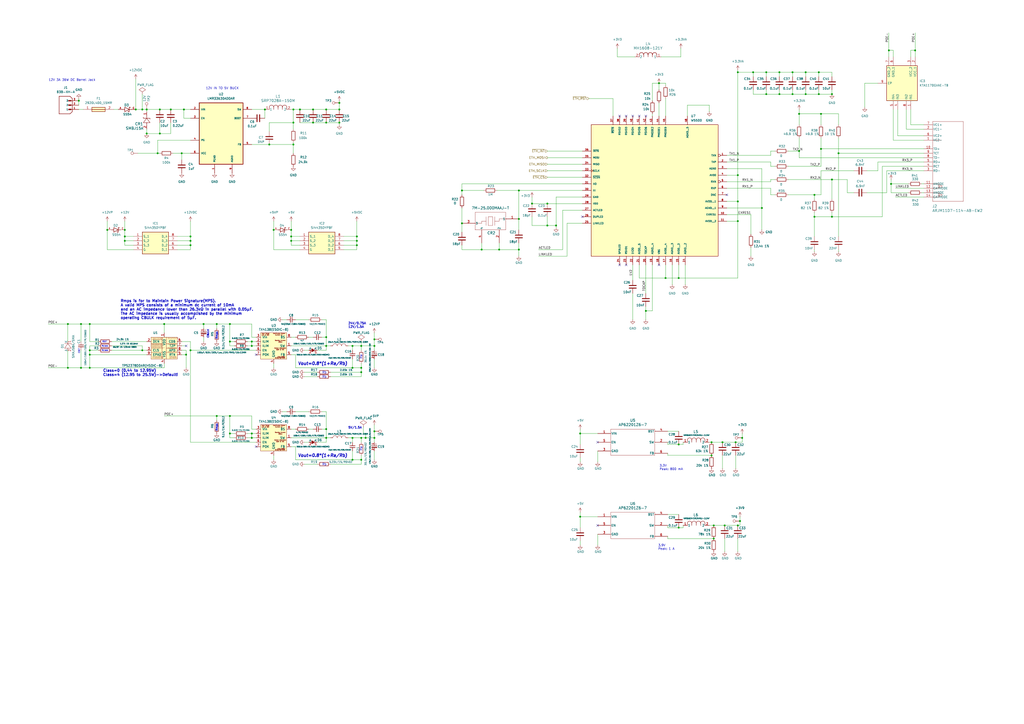
<source format=kicad_sch>
(kicad_sch (version 20250114) (generator "eeschema") (generator_version "9.0")
  (paper "A2")
  (title_block (date "2024-03-05"))
  (bus_alias "Main_BUS" (members "GPIO0" "GPIO1\\U0TXD" "GPIO2\\HS2_DATA0" "GPIO3\\U0RXD" "GPIO4\\U1TXD" "GPIO5\\SPI_CS" "GPIO13\\I2C-SDA(MTCK)" "GPIO14\\HS2_CLK(MTMS)" "GPIO15\\HS2_CMD(MTDO)" "GPIO16\\I2C-SCL" "GPIO32" "GPIO33" "GPI34\\BUT1" "GPI35" "GPI36\\U1RXD" "GPI39" "ESP_EN" "GPIO12\\PHY_PWR(MTDI)"))
  (text "5V/1.5A" (at 201.93 248.92 0) (effects (font (size 1.27 1.27) (thickness 0.254) (bold yes)) (justify left bottom)))
  (text "CDET" (at 46.355 205.105 90) (effects (font (size 0.762 0.762) (thickness 0.1524) (bold yes)) (justify left bottom)))
  (text "Ra" (at 210.185 259.08 90) (effects (font (size 1.27 1.27)) (justify right bottom)))
  (text "Rmps is for to Maintain Power Signature(MPS).\nA valid MPS consists of a minimum dc current of 10mA\nand an AC impedance lower than 26.3kΩ in parallel with 0.05μF.\nThe AC impedance is usually accomplished by the minimum \noperating CBULK requirement of 5μF." (at 69.85 185.42 0) (effects (font (size 1.524 1.524) (thickness 0.3048) (bold yes)) (justify left bottom)))
  (text "RDET" (at 62.23 198.755 0) (effects (font (size 0.762 0.762) (thickness 0.1524) (bold yes)) (justify right bottom)))
  (text "3.3V\nPeak: 800 mA" (at 382.524 271.272 0) (effects (font (size 1.27 1.27)) (justify left)))
  (text "Rmps" (at 126.365 250.19 90) (effects (font (size 1.016 1.016) (thickness 0.3048) (bold yes)) (justify left bottom)))
  (text "Rclass" (at 62.865 203.835 0) (effects (font (size 0.762 0.762) (thickness 0.1524) (bold yes)) (justify right bottom)))
  (text "Rb" (at 189.484 219.456 0) (effects (font (size 1.27 1.27)) (justify right bottom)))
  (text "12V IN TO 5V BUCK" (at 119.38 52.07 0) (effects (font (size 1.27 1.27)) (justify left bottom)))
  (text "24V/0.75A\n12V/1.5A" (at 201.93 190.5 0) (effects (font (size 1.27 1.27) (thickness 0.254) (bold yes)) (justify left bottom)))
  (text "Vout=0.8*(1+Ra/Rb)" (at 172.72 265.43 0) (effects (font (size 1.778 1.778) (thickness 0.3556) (bold yes) (italic yes)) (justify left bottom)))
  (text "12V 3A 36W DC Barrel Jack" (at 28.194 47.244 0) (effects (font (size 1.27 1.27)) (justify left bottom)))
  (text "Rb" (at 189.484 270.256 0) (effects (font (size 1.27 1.27)) (justify right bottom)))
  (text "Ra" (at 210.185 205.74 90) (effects (font (size 1.27 1.27)) (justify right bottom)))
  (text "Rmps" (at 126.365 196.85 90) (effects (font (size 1.016 1.016) (thickness 0.3048) (bold yes)) (justify left bottom)))
  (text "Class=0 (0.44 to 12.95W)\nClass=4 (12.95 to 25.5W)->Default!" (at 59.69 218.44 0) (effects (font (size 1.524 1.524) (thickness 0.3048) (bold yes)) (justify left bottom)))
  (text "3.9V\nPeak: 1 A" (at 381.762 317.5 0) (effects (font (size 1.27 1.27)) (justify left)))
  (text "Rb" (at 189.484 216.916 0) (effects (font (size 1.27 1.27)) (justify right bottom)))
  (text "Rclass" (at 62.865 201.295 0) (effects (font (size 0.762 0.762) (thickness 0.1524) (bold yes)) (justify right bottom)))
  (text "CBULK" (at 121.285 196.215 90) (effects (font (size 1.016 1.016) (thickness 0.3048) (bold yes)) (justify left bottom)))
  (text "Vout=0.8*(1+Ra/Rb)" (at 172.72 212.09 0) (effects (font (size 1.778 1.778) (thickness 0.3556) (bold yes) (italic yes)) (justify left bottom)))
  (junction (at 110.49 142.24))
  (junction (at 189.23 248.92))
  (junction (at 474.98 41.91))
  (junction (at 212.09 254))
  (junction (at 146.05 251.46))
  (junction (at 146.05 198.12))
  (junction (at 168.91 139.7))
  (junction (at 170.18 71.12))
  (junction (at 39.37 187.96))
  (junction (at 515.62 29.21))
  (junction (at 430.53 254))
  (junction (at 105.41 88.9))
  (junction (at 72.39 137.16))
  (junction (at 472.44 113.03))
  (junction (at 207.01 142.24))
  (junction (at 189.23 200.66))
  (junction (at 476.25 86.36))
  (junction (at 474.98 54.61))
  (junction (at 196.85 71.12))
  (junction (at 336.55 299.72))
  (junction (at 207.01 139.7))
  (junction (at 317.5 130.81))
  (junction (at 300.99 144.78))
  (junction (at 133.35 198.12))
  (junction (at 459.74 54.61))
  (junction (at 189.23 63.5))
  (junction (at 118.11 187.96))
  (junction (at 427.99 41.91))
  (junction (at 436.88 41.91))
  (junction (at 393.7 306.07))
  (junction (at 463.55 66.04))
  (junction (at 52.07 203.2))
  (junction (at 279.4 144.78))
  (junction (at 39.37 213.36))
  (junction (at 476.25 66.04))
  (junction (at 46.99 213.36))
  (junction (at 146.05 200.66))
  (junction (at 467.36 41.91))
  (junction (at 110.49 203.2))
  (junction (at 427.99 116.84))
  (junction (at 516.89 106.68))
  (junction (at 336.55 251.46))
  (junction (at 92.71 63.5))
  (junction (at 204.47 200.66))
  (junction (at 419.1 256.54))
  (junction (at 85.09 63.5))
  (junction (at 426.72 256.54))
  (junction (at 322.58 130.81))
  (junction (at 110.49 137.16))
  (junction (at 133.35 187.96))
  (junction (at 52.07 213.36))
  (junction (at 267.97 129.54))
  (junction (at 52.07 187.96))
  (junction (at 444.5 41.91))
  (junction (at 125.73 187.96))
  (junction (at 92.71 77.47))
  (junction (at 217.17 250.19))
  (junction (at 209.55 215.9))
  (junction (at 482.6 104.14))
  (junction (at 204.47 213.36))
  (junction (at 420.37 304.8))
  (junction (at 173.99 63.5))
  (junction (at 463.55 87.63))
  (junction (at 530.86 29.21))
  (junction (at 374.65 180.34))
  (junction (at 459.74 41.91))
  (junction (at 427.99 101.6))
  (junction (at 46.99 187.96))
  (junction (at 170.18 83.82))
  (junction (at 427.99 304.8))
  (junction (at 82.55 63.5))
  (junction (at 62.23 133.35))
  (junction (at 209.55 200.66))
  (junction (at 107.95 205.74))
  (junction (at 156.21 83.82))
  (junction (at 289.56 144.78))
  (junction (at 414.02 304.8))
  (junction (at 181.61 71.12))
  (junction (at 482.6 54.61))
  (junction (at 170.18 63.5))
  (junction (at 393.7 257.81))
  (junction (at 452.12 41.91))
  (junction (at 189.23 71.12))
  (junction (at 72.39 133.35))
  (junction (at 472.44 125.73))
  (junction (at 133.35 251.46))
  (junction (at 95.25 187.96))
  (junction (at 382.27 48.26))
  (junction (at 168.91 137.16))
  (junction (at 91.44 88.9))
  (junction (at 196.85 63.5))
  (junction (at 300.99 110.49))
  (junction (at 153.67 63.5))
  (junction (at 133.35 241.3))
  (junction (at 189.23 254))
  (junction (at 204.47 254))
  (junction (at 85.09 77.47))
  (junction (at 444.5 54.61))
  (junction (at 414.02 312.42))
  (junction (at 72.39 139.7))
  (junction (at 82.55 203.2))
  (junction (at 441.96 120.65))
  (junction (at 393.7 161.29))
  (junction (at 486.41 88.9))
  (junction (at 196.85 59.69))
  (junction (at 158.75 133.35))
  (junction (at 300.99 127))
  (junction (at 429.26 302.26))
  (junction (at 45.72 58.42))
  (junction (at 110.49 139.7))
  (junction (at 52.07 205.74))
  (junction (at 217.17 200.66))
  (junction (at 317.5 118.11))
  (junction (at 427.99 128.27))
  (junction (at 209.55 213.36))
  (junction (at 99.06 63.5))
  (junction (at 482.6 125.73))
  (junction (at 181.61 63.5))
  (junction (at 217.17 196.85))
  (junction (at 267.97 110.49))
  (junction (at 217.17 254))
  (junction (at 146.05 254))
  (junction (at 209.55 266.7))
  (junction (at 386.08 161.29))
  (junction (at 209.55 254))
  (junction (at 412.75 256.54))
  (junction (at 467.36 54.61))
  (junction (at 168.91 133.35))
  (junction (at 412.75 264.16))
  (junction (at 207.01 137.16))
  (junction (at 204.47 266.7))
  (junction (at 78.74 63.5))
  (junction (at 308.61 118.11))
  (junction (at 452.12 54.61))
  (junction (at 189.23 195.58))
  (junction (at 106.68 63.5))
  (junction (at 125.73 241.3))
  (no_connect (at 148.59 205.74))
  (no_connect (at 359.41 67.31))
  (no_connect (at 148.59 259.08))
  (no_connect (at 337.82 125.73))
  (no_connect (at 363.22 153.67))
  (no_connect (at 363.22 67.31))
  (no_connect (at 346.71 304.8))
  (no_connect (at 421.64 113.03))
  (no_connect (at 370.84 67.31))
  (no_connect (at 367.03 67.31))
  (no_connect (at 107.95 200.66))
  (no_connect (at 359.41 153.67))
  (no_connect (at 374.65 67.31))
  (no_connect (at 346.71 256.54))
  (no_connect (at 382.27 153.67))
  (wire (pts (xy 430.53 254) (xy 430.53 251.46)))
  (wire (pts (xy 486.41 66.04) (xy 476.25 66.04)))
  (wire (pts (xy 486.41 88.9) (xy 486.41 137.16)))
  (wire (pts (xy 267.97 129.54) (xy 267.97 134.62)))
  (wire (pts (xy 387.35 256.54) (xy 387.35 257.81)))
  (wire (pts (xy 72.39 137.16) (xy 72.39 139.7)))
  (wire (pts (xy 420.37 304.8) (xy 427.99 304.8)))
  (wire (pts (xy 482.6 125.73) (xy 472.44 125.73)))
  (wire (pts (xy 530.86 19.05) (xy 530.86 29.21)))
  (wire (pts (xy 427.99 161.29) (xy 393.7 161.29)))
  (wire (pts (xy 217.17 203.2) (xy 217.17 200.66)))
  (wire (pts (xy 181.61 63.5) (xy 189.23 63.5)))
  (wire (pts (xy 217.17 250.19) (xy 217.17 254)))
  (wire (pts (xy 520.7 78.74) (xy 520.7 63.5)))
  (wire (pts (xy 378.46 153.67) (xy 378.46 180.34)))
  (wire (pts (xy 72.39 139.7) (xy 77.47 139.7)))
  (wire (pts (xy 110.49 139.7) (xy 110.49 142.24)))
  (wire (pts (xy 125.73 241.3) (xy 133.35 241.3)))
  (wire (pts (xy 414.02 304.8) (xy 420.37 304.8)))
  (wire (pts (xy 300.99 127) (xy 300.99 133.35)))
  (wire (pts (xy 482.6 54.61) (xy 482.6 52.07)))
  (wire (pts (xy 300.99 110.49) (xy 337.82 110.49)))
  (wire (pts (xy 133.35 198.12) (xy 133.35 200.66)))
  (wire (pts (xy 447.04 104.14) (xy 449.58 104.14)))
  (wire (pts (xy 435.61 124.46) (xy 435.61 135.89)))
  (wire (pts (xy 92.71 63.5) (xy 99.06 63.5)))
  (wire (pts (xy 146.05 63.5) (xy 153.67 63.5)))
  (wire (pts (xy 204.47 203.2) (xy 204.47 200.66)))
  (wire (pts (xy 447.04 93.98) (xy 447.04 96.52)))
  (wire (pts (xy 459.74 41.91) (xy 452.12 41.91)))
  (wire (pts (xy 336.55 257.81) (xy 336.55 251.46)))
  (wire (pts (xy 212.09 251.46) (xy 212.09 254)))
  (wire (pts (xy 57.15 198.12) (xy 52.07 198.12)))
  (wire (pts (xy 452.12 41.91) (xy 452.12 44.45)))
  (wire (pts (xy 337.82 129.54) (xy 328.93 129.54)))
  (wire (pts (xy 181.61 71.12) (xy 189.23 71.12)))
  (wire (pts (xy 358.14 27.94) (xy 358.14 33.02)))
  (wire (pts (xy 267.97 110.49) (xy 267.97 106.68)))
  (wire (pts (xy 459.74 54.61) (xy 467.36 54.61)))
  (wire (pts (xy 421.64 124.46) (xy 435.61 124.46)))
  (wire (pts (xy 312.42 148.59) (xy 328.93 148.59)))
  (wire (pts (xy 501.65 48.26) (xy 501.65 62.23)))
  (wire (pts (xy 209.55 215.9) (xy 209.55 218.44)))
  (wire (pts (xy 173.99 71.12) (xy 181.61 71.12)))
  (wire (pts (xy 326.39 121.92) (xy 326.39 144.78)))
  (wire (pts (xy 196.85 58.42) (xy 196.85 59.69)))
  (wire (pts (xy 336.55 313.69) (xy 336.55 316.23)))
  (wire (pts (xy 337.82 121.92) (xy 326.39 121.92)))
  (wire (pts (xy 146.05 200.66) (xy 148.59 200.66)))
  (wire (pts (xy 518.16 29.21) (xy 518.16 33.02)))
  (wire (pts (xy 491.49 104.14) (xy 491.49 111.76)))
  (wire (pts (xy 52.07 205.74) (xy 52.07 213.36)))
  (wire (pts (xy 85.09 63.5) (xy 92.71 63.5)))
  (wire (pts (xy 387.35 298.45) (xy 393.7 298.45)))
  (wire (pts (xy 509.27 48.26) (xy 501.65 48.26)))
  (wire (pts (xy 511.81 125.73) (xy 482.6 125.73)))
  (wire (pts (xy 474.98 41.91) (xy 467.36 41.91)))
  (wire (pts (xy 217.17 193.04) (xy 217.17 196.85)))
  (wire (pts (xy 168.91 63.5) (xy 170.18 63.5)))
  (wire (pts (xy 62.23 128.27) (xy 62.23 133.35)))
  (wire (pts (xy 207.01 144.78) (xy 207.01 142.24)))
  (wire (pts (xy 387.35 304.8) (xy 387.35 306.07)))
  (wire (pts (xy 189.23 254) (xy 189.23 256.54)))
  (wire (pts (xy 196.85 59.69) (xy 196.85 63.5)))
  (wire (pts (xy 179.07 256.54) (xy 176.53 256.54)))
  (wire (pts (xy 156.21 83.82) (xy 170.18 83.82)))
  (wire (pts (xy 146.05 251.46) (xy 146.05 254)))
  (wire (pts (xy 170.18 71.12) (xy 170.18 74.93)))
  (wire (pts (xy 472.44 113.03) (xy 476.25 113.03)))
  (wire (pts (xy 459.74 52.07) (xy 459.74 54.61)))
  (wire (pts (xy 99.06 77.47) (xy 99.06 71.12)))
  (wire (pts (xy 170.18 83.82) (xy 170.18 88.9)))
  (wire (pts (xy 374.65 180.34) (xy 374.65 185.42)))
  (wire (pts (xy 393.7 161.29) (xy 386.08 161.29)))
  (wire (pts (xy 148.59 251.46) (xy 146.05 251.46)))
  (wire (pts (xy 133.35 198.12) (xy 133.35 187.96)))
  (wire (pts (xy 189.23 185.42) (xy 186.69 185.42)))
  (wire (pts (xy 125.73 190.5) (xy 125.73 187.96)))
  (wire (pts (xy 173.99 142.24) (xy 168.91 142.24)))
  (wire (pts (xy 52.07 187.96) (xy 95.25 187.96)))
  (wire (pts (xy 467.36 41.91) (xy 459.74 41.91)))
  (wire (pts (xy 436.88 41.91) (xy 436.88 44.45)))
  (wire (pts (xy 102.87 139.7) (xy 110.49 139.7)))
  (wire (pts (xy 463.55 66.04) (xy 463.55 63.5)))
  (wire (pts (xy 110.49 256.54) (xy 148.59 256.54)))
  (wire (pts (xy 387.35 306.07) (xy 393.7 306.07)))
  (wire (pts (xy 534.67 111.76) (xy 535.94 111.76)))
  (wire (pts (xy 346.71 309.88) (xy 346.71 316.23)))
  (wire (pts (xy 367.03 170.18) (xy 367.03 185.42)))
  (wire (pts (xy 463.55 66.04) (xy 476.25 66.04)))
  (wire (pts (xy 519.43 114.3) (xy 535.94 114.3)))
  (wire (pts (xy 45.72 57.15) (xy 45.72 58.42)))
  (wire (pts (xy 110.49 137.16) (xy 110.49 139.7)))
  (wire (pts (xy 82.55 54.61) (xy 82.55 63.5)))
  (wire (pts (xy 184.15 203.2) (xy 189.23 203.2)))
  (wire (pts (xy 46.99 213.36) (xy 52.07 213.36)))
  (wire (pts (xy 133.35 254) (xy 135.89 254)))
  (wire (pts (xy 106.68 68.58) (xy 106.68 63.5)))
  (wire (pts (xy 447.04 96.52) (xy 449.58 96.52)))
  (wire (pts (xy 396.24 306.07) (xy 393.7 306.07)))
  (wire (pts (xy 457.2 96.52) (xy 476.25 96.52)))
  (wire (pts (xy 163.83 185.42) (xy 166.37 185.42)))
  (wire (pts (xy 168.91 195.58) (xy 171.45 195.58)))
  (wire (pts (xy 171.45 266.7) (xy 171.45 259.08)))
  (wire (pts (xy 476.25 86.36) (xy 476.25 96.52)))
  (wire (pts (xy 189.23 248.92) (xy 186.69 248.92)))
  (wire (pts (xy 189.23 248.92) (xy 189.23 238.76)))
  (wire (pts (xy 387.35 250.19) (xy 393.7 250.19)))
  (wire (pts (xy 317.5 130.81) (xy 317.5 125.73)))
  (wire (pts (xy 421.64 93.98) (xy 447.04 93.98)))
  (wire (pts (xy 429.26 302.26) (xy 429.26 299.72)))
  (wire (pts (xy 189.23 195.58) (xy 189.23 185.42)))
  (wire (pts (xy 427.99 116.84) (xy 427.99 128.27)))
  (wire (pts (xy 204.47 200.66) (xy 209.55 200.66)))
  (wire (pts (xy 312.42 144.78) (xy 326.39 144.78)))
  (wire (pts (xy 476.25 86.36) (xy 535.94 86.36)))
  (wire (pts (xy 516.89 104.14) (xy 516.89 106.68)))
  (wire (pts (xy 168.91 139.7) (xy 168.91 142.24)))
  (wire (pts (xy 426.72 264.16) (xy 426.72 271.78)))
  (wire (pts (xy 463.55 72.39) (xy 463.55 66.04)))
  (wire (pts (xy 444.5 41.91) (xy 444.5 44.45)))
  (wire (pts (xy 383.54 33.02) (xy 394.97 33.02)))
  (wire (pts (xy 179.07 185.42) (xy 171.45 185.42)))
  (wire (pts (xy 92.71 71.12) (xy 92.71 77.47)))
  (wire (pts (xy 146.05 83.82) (xy 156.21 83.82)))
  (wire (pts (xy 39.37 187.96) (xy 46.99 187.96)))
  (wire (pts (xy 427.99 41.91) (xy 427.99 101.6)))
  (wire (pts (xy 209.55 213.36) (xy 209.55 215.9)))
  (wire (pts (xy 421.64 97.79) (xy 441.96 97.79)))
  (wire (pts (xy 398.78 67.31) (xy 398.78 60.96)))
  (wire (pts (xy 267.97 113.03) (xy 267.97 110.49)))
  (wire (pts (xy 179.07 248.92) (xy 181.61 248.92)))
  (wire (pts (xy 82.55 63.5) (xy 85.09 63.5)))
  (wire (pts (xy 77.47 144.78) (xy 62.23 144.78)))
  (wire (pts (xy 421.64 120.65) (xy 441.96 120.65)))
  (wire (pts (xy 427.99 312.42) (xy 427.99 320.04)))
  (wire (pts (xy 217.17 208.28) (xy 217.17 213.36)))
  (wire (pts (xy 300.99 144.78) (xy 300.99 148.59)))
  (wire (pts (xy 209.55 254) (xy 212.09 254)))
  (wire (pts (xy 207.01 139.7) (xy 207.01 142.24)))
  (wire (pts (xy 367.03 153.67) (xy 367.03 162.56)))
  (wire (pts (xy 170.18 63.5) (xy 173.99 63.5)))
  (wire (pts (xy 328.93 129.54) (xy 328.93 148.59)))
  (wire (pts (xy 91.44 88.9) (xy 92.71 88.9)))
  (wire (pts (xy 486.41 72.39) (xy 486.41 66.04)))
  (wire (pts (xy 64.77 198.12) (xy 85.09 198.12)))
  (wire (pts (xy 189.23 71.12) (xy 196.85 71.12)))
  (wire (pts (xy 191.77 254) (xy 189.23 254)))
  (wire (pts (xy 518.16 81.28) (xy 518.16 63.5)))
  (wire (pts (xy 106.68 63.5) (xy 110.49 63.5)))
  (wire (pts (xy 64.77 203.2) (xy 82.55 203.2)))
  (wire (pts (xy 426.72 256.54) (xy 430.53 256.54)))
  (wire (pts (xy 467.36 54.61) (xy 474.98 54.61)))
  (wire (pts (xy 143.51 198.12) (xy 146.05 198.12)))
  (wire (pts (xy 57.15 203.2) (xy 52.07 203.2)))
  (wire (pts (xy 472.44 113.03) (xy 472.44 115.57)))
  (wire (pts (xy 482.6 44.45) (xy 482.6 41.91)))
  (wire (pts (xy 189.23 254) (xy 189.23 248.92)))
  (wire (pts (xy 463.55 80.01) (xy 463.55 87.63)))
  (wire (pts (xy 396.24 304.8) (xy 396.24 306.07)))
  (wire (pts (xy 378.46 58.42) (xy 378.46 48.26)))
  (wire (pts (xy 394.97 27.94) (xy 394.97 33.02)))
  (wire (pts (xy 179.07 203.2) (xy 176.53 203.2)))
  (wire (pts (xy 457.2 113.03) (xy 472.44 113.03)))
  (wire (pts (xy 393.7 153.67) (xy 393.7 161.29)))
  (wire (pts (xy 85.09 64.77) (xy 85.09 63.5)))
  (wire (pts (xy 267.97 110.49) (xy 280.67 110.49)))
  (wire (pts (xy 436.88 52.07) (xy 436.88 54.61)))
  (wire (pts (xy 397.51 153.67) (xy 397.51 165.1)))
  (wire (pts (xy 447.04 109.22) (xy 421.64 109.22)))
  (wire (pts (xy 472.44 123.19) (xy 472.44 125.73)))
  (wire (pts (xy 308.61 125.73) (xy 308.61 130.81)))
  (wire (pts (xy 441.96 120.65) (xy 441.96 133.35)))
  (wire (pts (xy 386.08 57.15) (xy 386.08 67.31)))
  (wire (pts (xy 170.18 63.5) (xy 170.18 71.12)))
  (wire (pts (xy 209.55 203.2) (xy 209.55 200.66)))
  (wire (pts (xy 46.99 203.2) (xy 46.99 213.36)))
  (wire (pts (xy 355.6 67.31) (xy 355.6 57.15)))
  (wire (pts (xy 146.05 254) (xy 148.59 254)))
  (wire (pts (xy 322.58 132.08) (xy 322.58 130.81)))
  (wire (pts (xy 118.11 195.58) (xy 118.11 198.12)))
  (wire (pts (xy 476.25 99.06) (xy 476.25 113.03)))
  (wire (pts (xy 158.75 133.35) (xy 158.75 144.78)))
  (wire (pts (xy 204.47 213.36) (xy 171.45 213.36)))
  (wire (pts (xy 411.48 304.8) (xy 414.02 304.8)))
  (wire (pts (xy 135.89 251.46) (xy 133.35 251.46)))
  (wire (pts (xy 204.47 266.7) (xy 209.55 266.7)))
  (wire (pts (xy 476.25 72.39) (xy 476.25 66.04)))
  (wire (pts (xy 336.55 251.46) (xy 336.55 248.92)))
  (wire (pts (xy 204.47 261.62) (xy 204.47 266.7)))
  (wire (pts (xy 516.89 106.68) (xy 527.05 106.68)))
  (wire (pts (xy 110.49 68.58) (xy 106.68 68.58)))
  (wire (pts (xy 515.62 19.05) (xy 515.62 29.21)))
  (wire (pts (xy 45.72 63.5) (xy 48.26 63.5)))
  (wire (pts (xy 534.67 106.68) (xy 535.94 106.68)))
  (wire (pts (xy 184.15 218.44) (xy 176.53 218.44)))
  (wire (pts (xy 72.39 137.16) (xy 77.47 137.16)))
  (wire (pts (xy 535.94 91.44) (xy 463.55 91.44)))
  (wire (pts (xy 78.74 45.72) (xy 78.74 63.5)))
  (wire (pts (xy 217.17 196.85) (xy 217.17 200.66)))
  (wire (pts (xy 105.41 88.9) (xy 105.41 92.71)))
  (wire (pts (xy 486.41 88.9) (xy 486.41 80.01)))
  (wire (pts (xy 411.48 60.96) (xy 411.48 64.77)))
  (wire (pts (xy 85.09 74.93) (xy 85.09 77.47)))
  (wire (pts (xy 184.15 256.54) (xy 189.23 256.54)))
  (wire (pts (xy 382.27 48.26) (xy 382.27 52.07)))
  (wire (pts (xy 45.72 58.42) (xy 45.72 60.96)))
  (wire (pts (xy 102.87 144.78) (xy 110.49 144.78)))
  (wire (pts (xy 514.35 111.76) (xy 514.35 99.06)))
  (wire (pts (xy 267.97 142.24) (xy 267.97 144.78)))
  (wire (pts (xy 95.25 210.82) (xy 95.25 213.36)))
  (wire (pts (xy 105.41 205.74) (xy 107.95 205.74)))
  (wire (pts (xy 476.25 99.06) (xy 495.3 99.06)))
  (wire (pts (xy 467.36 52.07) (xy 467.36 54.61)))
  (wire (pts (xy 317.5 118.11) (xy 337.82 118.11)))
  (wire (pts (xy 125.73 187.96) (xy 133.35 187.96)))
  (wire (pts (xy 515.62 33.02) (xy 515.62 29.21)))
  (wire (pts (xy 52.07 200.66) (xy 52.07 203.2)))
  (wire (pts (xy 199.39 142.24) (xy 207.01 142.24)))
  (wire (pts (xy 85.09 77.47) (xy 92.71 77.47)))
  (wire (pts (xy 82.55 200.66) (xy 82.55 203.2)))
  (wire (pts (xy 419.1 256.54) (xy 426.72 256.54)))
  (wire (pts (xy 105.41 88.9) (xy 110.49 88.9)))
  (wire (pts (xy 389.89 153.67) (xy 389.89 165.1)))
  (wire (pts (xy 168.91 137.16) (xy 168.91 139.7)))
  (wire (pts (xy 491.49 111.76) (xy 495.3 111.76)))
  (wire (pts (xy 95.25 187.96) (xy 95.25 193.04)))
  (wire (pts (xy 204.47 254) (xy 209.55 254)))
  (wire (pts (xy 209.55 210.82) (xy 209.55 213.36)))
  (wire (pts (xy 482.6 123.19) (xy 482.6 125.73)))
  (wire (pts (xy 511.81 96.52) (xy 511.81 125.73)))
  (wire (pts (xy 184.15 269.24) (xy 176.53 269.24)))
  (wire (pts (xy 209.55 266.7) (xy 209.55 269.24)))
  (wire (pts (xy 110.49 203.2) (xy 148.59 203.2)))
  (wire (pts (xy 78.74 63.5) (xy 82.55 63.5)))
  (wire (pts (xy 452.12 41.91) (xy 444.5 41.91)))
  (wire (pts (xy 199.39 139.7) (xy 207.01 139.7)))
  (wire (pts (xy 322.58 114.3) (xy 322.58 130.81)))
  (wire (pts (xy 386.08 48.26) (xy 382.27 48.26)))
  (wire (pts (xy 46.99 198.12) (xy 46.99 187.96)))
  (wire (pts (xy 27.94 187.96) (xy 39.37 187.96)))
  (wire (pts (xy 95.25 187.96) (xy 118.11 187.96)))
  (wire (pts (xy 143.51 251.46) (xy 146.05 251.46)))
  (wire (pts (xy 110.49 144.78) (xy 110.49 142.24)))
  (wire (pts (xy 156.21 76.2) (xy 156.21 71.12)))
  (wire (pts (xy 27.94 213.36) (xy 39.37 213.36)))
  (wire (pts (xy 387.35 264.16) (xy 412.75 264.16)))
  (wire (pts (xy 209.55 200.66) (xy 217.17 200.66)))
  (wire (pts (xy 374.65 177.8) (xy 374.65 180.34)))
  (wire (pts (xy 110.49 81.28) (xy 91.44 81.28)))
  (wire (pts (xy 457.2 104.14) (xy 482.6 104.14)))
  (wire (pts (xy 387.35 312.42) (xy 414.02 312.42)))
  (wire (pts (xy 336.55 265.43) (xy 336.55 267.97)))
  (wire (pts (xy 107.95 200.66) (xy 105.41 200.66)))
  (wire (pts (xy 201.93 200.66) (xy 204.47 200.66)))
  (wire (pts (xy 72.39 139.7) (xy 72.39 142.24)))
  (wire (pts (xy 148.59 198.12) (xy 146.05 198.12)))
  (wire (pts (xy 168.91 128.27) (xy 168.91 133.35)))
  (wire (pts (xy 472.44 144.78) (xy 472.44 146.05)))
  (wire (pts (xy 516.89 111.76) (xy 516.89 106.68)))
  (wire (pts (xy 209.55 256.54) (xy 209.55 254)))
  (wire (pts (xy 146.05 248.92) (xy 148.59 248.92)))
  (wire (pts (xy 535.94 78.74) (xy 520.7 78.74)))
  (wire (pts (xy 386.08 161.29) (xy 386.08 153.67)))
  (wire (pts (xy 267.97 120.65) (xy 267.97 129.54)))
  (wire (pts (xy 436.88 54.61) (xy 444.5 54.61)))
  (wire (pts (xy 476.25 80.01) (xy 476.25 86.36)))
  (wire (pts (xy 535.94 72.39) (xy 528.32 72.39)))
  (wire (pts (xy 463.55 91.44) (xy 463.55 87.63)))
  (wire (pts (xy 168.91 259.08) (xy 171.45 259.08)))
  (wire (pts (xy 441.96 97.79) (xy 441.96 120.65)))
  (wire (pts (xy 482.6 104.14) (xy 491.49 104.14)))
  (wire (pts (xy 421.64 116.84) (xy 427.99 116.84)))
  (wire (pts (xy 398.78 60.96) (xy 411.48 60.96)))
  (wire (pts (xy 100.33 88.9) (xy 105.41 88.9)))
  (wire (pts (xy 196.85 71.12) (xy 196.85 72.39)))
  (wire (pts (xy 189.23 63.5) (xy 196.85 63.5)))
  (wire (pts (xy 179.07 238.76) (xy 171.45 238.76)))
  (wire (pts (xy 146.05 241.3) (xy 146.05 248.92)))
  (wire (pts (xy 170.18 82.55) (xy 170.18 83.82)))
  (wire (pts (xy 72.39 133.35) (xy 72.39 137.16)))
  (wire (pts (xy 300.99 140.97) (xy 300.99 144.78)))
  (wire (pts (xy 133.35 200.66) (xy 135.89 200.66)))
  (wire (pts (xy 189.23 195.58) (xy 186.69 195.58)))
  (wire (pts (xy 289.56 140.97) (xy 289.56 144.78)))
  (wire (pts (xy 168.91 205.74) (xy 171.45 205.74)))
  (wire (pts (xy 168.91 200.66) (xy 189.23 200.66)))
  (wire (pts (xy 153.67 68.58) (xy 153.67 63.5)))
  (wire (pts (xy 396.24 256.54) (xy 396.24 257.81)))
  (wire (pts (xy 102.87 142.24) (xy 110.49 142.24)))
  (wire (pts (xy 317.5 102.87) (xy 337.82 102.87)))
  (wire (pts (xy 528.32 63.5) (xy 528.32 72.39)))
  (wire (pts (xy 107.95 203.2) (xy 107.95 205.74)))
  (wire (pts (xy 189.23 200.66) (xy 189.23 195.58)))
  (wire (pts (xy 459.74 41.91) (xy 459.74 44.45)))
  (wire (pts (xy 447.04 87.63) (xy 449.58 87.63)))
  (wire (pts (xy 95.25 241.3) (xy 125.73 241.3)))
  (wire (pts (xy 133.35 241.3) (xy 146.05 241.3)))
  (wire (pts (xy 189.23 200.66) (xy 189.23 203.2)))
  (wire (pts (xy 474.98 52.07) (xy 474.98 54.61)))
  (wire (pts (xy 267.97 144.78) (xy 279.4 144.78)))
  (wire (pts (xy 308.61 130.81) (xy 317.5 130.81)))
  (wire (pts (xy 184.15 215.9) (xy 176.53 215.9)))
  (wire (pts (xy 452.12 52.07) (xy 452.12 54.61)))
  (wire (pts (xy 457.2 87.63) (xy 463.55 87.63)))
  (wire (pts (xy 146.05 187.96) (xy 146.05 195.58)))
  (wire (pts (xy 204.47 213.36) (xy 209.55 213.36)))
  (wire (pts (xy 482.6 104.14) (xy 482.6 115.57)))
  (wire (pts (xy 436.88 41.91) (xy 427.99 41.91)))
  (wire (pts (xy 207.01 137.16) (xy 207.01 139.7)))
  (wire (pts (xy 52.07 203.2) (xy 52.07 205.74)))
  (wire (pts (xy 146.05 198.12) (xy 146.05 200.66)))
  (wire (pts (xy 52.07 205.74) (xy 85.09 205.74)))
  (wire (pts (xy 171.45 213.36) (xy 171.45 205.74)))
  (wire (pts (xy 199.39 137.16) (xy 207.01 137.16)))
  (wire (pts (xy 452.12 54.61) (xy 459.74 54.61)))
  (wire (pts (xy 173.99 144.78) (xy 158.75 144.78)))
  (wire (pts (xy 386.08 48.26) (xy 386.08 49.53)))
  (wire (pts (xy 168.91 248.92) (xy 171.45 248.92)))
  (wire (pts (xy 535.94 96.52) (xy 511.81 96.52)))
  (wire (pts (xy 210.82 251.46) (xy 212.09 251.46)))
  (wire (pts (xy 168.91 137.16) (xy 173.99 137.16)))
  (wire (pts (xy 66.04 63.5) (xy 68.58 63.5)))
  (wire (pts (xy 156.21 71.12) (xy 170.18 71.12)))
  (wire (pts (xy 207.01 128.27) (xy 207.01 137.16)))
  (wire (pts (xy 519.43 109.22) (xy 535.94 109.22)))
  (wire (pts (xy 92.71 77.47) (xy 99.06 77.47)))
  (wire (pts (xy 427.99 40.64) (xy 427.99 41.91)))
  (wire (pts (xy 341.63 57.15) (xy 355.6 57.15)))
  (wire (pts (xy 105.41 203.2) (xy 107.95 203.2)))
  (wire (pts (xy 168.91 139.7) (xy 173.99 139.7)))
  (wire (pts (xy 95.25 213.36) (xy 52.07 213.36)))
  (wire (pts (xy 57.15 200.66) (xy 52.07 200.66)))
  (wire (pts (xy 412.75 256.54) (xy 419.1 256.54)))
  (wire (pts (xy 118.11 190.5) (xy 118.11 187.96)))
  (wire (pts (xy 62.23 133.35) (xy 62.23 144.78)))
  (wire (pts (xy 99.06 63.5) (xy 106.68 63.5)))
  (wire (pts (xy 179.07 195.58) (xy 181.61 195.58)))
  (wire (pts (xy 336.55 251.46) (xy 346.71 251.46)))
  (wire (pts (xy 143.51 200.66) (xy 146.05 200.66)))
  (wire (pts (xy 427.99 304.8) (xy 429.26 304.8)))
  (wire (pts (xy 336.55 299.72) (xy 346.71 299.72)))
  (wire (pts (xy 427.99 101.6) (xy 427.99 116.84)))
  (wire (pts (xy 486.41 144.78) (xy 486.41 146.05)))
  (wire (pts (xy 317.5 91.44) (xy 337.82 91.44)))
  (wire (pts (xy 387.35 312.42) (xy 387.35 311.15)))
  (wire (pts (xy 346.71 261.62) (xy 346.71 267.97)))
  (wire (pts (xy 427.99 128.27) (xy 427.99 161.29)))
  (wire (pts (xy 91.44 81.28) (xy 91.44 88.9)))
  (wire (pts (xy 163.83 238.76) (xy 166.37 238.76)))
  (wire (pts (xy 444.5 52.07) (xy 444.5 54.61)))
  (wire (pts (xy 444.5 54.61) (xy 452.12 54.61)))
  (wire (pts (xy 212.09 254) (xy 217.17 254)))
  (wire (pts (xy 317.5 99.06) (xy 337.82 99.06)))
  (wire (pts (xy 52.07 187.96) (xy 52.07 198.12)))
  (wire (pts (xy 288.29 110.49) (xy 300.99 110.49)))
  (wire (pts (xy 77.47 142.24) (xy 72.39 142.24)))
  (wire (pts (xy 528.32 29.21) (xy 530.86 29.21)))
  (wire (pts (xy 411.48 256.54) (xy 412.75 256.54)))
  (wire (pts (xy 421.64 105.41) (xy 447.04 105.41)))
  (wire (pts (xy 336.55 299.72) (xy 336.55 297.18)))
  (wire (pts (xy 430.53 256.54) (xy 430.53 254)))
  (wire (pts (xy 209.55 264.16) (xy 209.55 266.7)))
  (wire (pts (xy 474.98 41.91) (xy 474.98 44.45)))
  (wire (pts (xy 191.77 215.9) (xy 209.55 215.9)))
  (wire (pts (xy 525.78 74.93) (xy 525.78 63.5)))
  (wire (pts (xy 447.04 113.03) (xy 449.58 113.03)))
  (wire (pts (xy 535.94 88.9) (xy 486.41 88.9)))
  (wire (pts (xy 191.77 218.44) (xy 209.55 218.44)))
  (wire (pts (xy 110.49 256.54) (xy 110.49 203.2)))
  (wire (pts (xy 382.27 59.69) (xy 382.27 67.31)))
  (wire (pts (xy 396.24 257.81) (xy 393.7 257.81)))
  (wire (pts (xy 515.62 29.21) (xy 518.16 29.21)))
  (wire (pts (xy 173.99 63.5) (xy 181.61 63.5)))
  (wire (pts (xy 419.1 264.16) (xy 419.1 271.78)))
  (wire (pts (xy 102.87 137.16) (xy 110.49 137.16)))
  (wire (pts (xy 535.94 93.98) (xy 509.27 93.98)))
  (wire (pts (xy 143.51 254) (xy 146.05 254)))
  (wire (pts (xy 289.56 144.78) (xy 300.99 144.78)))
  (wire (pts (xy 110.49 128.27) (xy 110.49 137.16)))
  (wire (pts (xy 370.84 161.29) (xy 386.08 161.29)))
  (wire (pts (xy 279.4 144.78) (xy 289.56 144.78)))
  (wire (pts (xy 39.37 213.36) (xy 39.37 203.2)))
  (wire (pts (xy 482.6 41.91) (xy 474.98 41.91)))
  (wire (pts (xy 530.86 29.21) (xy 530.86 33.02)))
  (wire (pts (xy 535.94 74.93) (xy 525.78 74.93)))
  (wire (pts (xy 82.55 200.66) (xy 64.77 200.66)))
  (wire (pts (xy 509.27 99.06) (xy 502.92 99.06)))
  (wire (pts (xy 110.49 198.12) (xy 105.41 198.12)))
  (wire (pts (xy 378.46 67.31) (xy 378.46 66.04)))
  (wire (pts (xy 204.47 256.54) (xy 204.47 254)))
  (wire (pts (xy 199.39 144.78) (xy 207.01 144.78)))
  (wire (pts (xy 317.5 87.63) (xy 337.82 87.63)))
  (wire (pts (xy 217.17 246.38) (xy 217.17 250.19)))
  (wire (pts (xy 158.75 264.16) (xy 158.75 266.7)))
  (wire (pts (xy 158.75 210.82) (xy 158.75 213.36)))
  (wire (pts (xy 514.35 99.06) (xy 535.94 99.06)))
  (wire (pts (xy 368.3 33.02) (xy 358.14 33.02)))
  (wire (pts (xy 535.94 81.28) (xy 518.16 81.28)))
  (wire (pts (xy 168.91 254) (xy 189.23 254)))
  (wire (pts (xy 168.91 133.35) (xy 168.91 137.16)))
  (wire (pts (xy 146.05 195.58) (xy 148.59 195.58)))
  (wire (pts (xy 420.37 312.42) (xy 420.37 320.04)))
  (wire (pts (xy 467.36 41.91) (xy 467.36 44.45)))
  (wire (pts (xy 317.5 95.25) (xy 337.82 95.25)))
  (wire (pts (xy 133.35 251.46) (xy 133.35 254)))
  (wire (pts (xy 210.82 247.65) (xy 210.82 251.46)))
  (wire (pts (xy 191.77 269.24) (xy 209.55 269.24)))
  (wire (pts (xy 474.98 54.61) (xy 482.6 54.61)))
  (wire (pts (xy 72.39 128.27) (xy 72.39 133.35)))
  (wire (pts (xy 378.46 48.26) (xy 382.27 48.26)))
  (wire (pts (xy 46.99 187.96) (xy 52.07 187.96)))
  (wire (pts (xy 378.46 180.34) (xy 374.65 180.34)))
  (wire (pts (xy 336.55 306.07) (xy 336.55 299.72)))
  (wire (pts (xy 39.37 187.96) (xy 39.37 198.12)))
  (wire (pts (xy 110.49 203.2) (xy 110.49 198.12)))
  (wire (pts (xy 204.47 266.7) (xy 171.45 266.7)))
  (wire (pts (xy 502.92 111.76) (xy 514.35 111.76)))
  (wire (pts (xy 308.61 118.11) (xy 317.5 118.11)))
  (wire (pts (xy 435.61 143.51) (xy 435.61 148.59)))
  (wire (pts (xy 204.47 208.28) (xy 204.47 213.36)))
  (wire (pts (xy 421.64 90.17) (xy 447.04 90.17)))
  (wire (pts (xy 209.55 198.12) (xy 209.55 200.66)))
  (wire (pts (xy 308.61 114.3) (xy 308.61 118.11)))
  (wire (pts (xy 300.99 110.49) (xy 300.99 127)))
  (wire (pts (xy 370.84 153.67) (xy 370.84 161.29)))
  (wire (pts (xy 267.97 106.68) (xy 337.82 106.68)))
  (wire (pts (xy 82.55 203.2) (xy 85.09 203.2)))
  (wire (pts (xy 217.17 256.54) (xy 217.17 254)))
  (wire (pts (xy 444.5 41.91) (xy 436.88 41.91)))
  (wire (pts (xy 133.35 187.96) (xy 146.05 187.96)))
  (wire (pts (xy 118.11 187.96) (xy 125.73 187.96)))
  (wire (pts (xy 528.32 33.02) (xy 528.32 29.21)))
  (wire (pts (xy 133.35 251.46) (xy 133.35 241.3)))
  (wire (pts (xy 527.05 111.76) (xy 516.89 111.76)))
  (wire (pts (xy 135.89 198.12) (xy 133.35 198.12)))
  (wire (pts (xy 387.35 257.81) (xy 393.7 257.81)))
  (wire (pts (xy 447.04 113.03) (xy 447.04 109.22)))
  (wire (pts (xy 421.64 128.27) (xy 427.99 128.27)))
  (wire (pts (xy 279.4 140.97) (xy 279.4 144.78)))
  (wire (pts (xy 387.35 262.89) (xy 387.35 264.16)))
  (wire (pts (xy 80.01 88.9) (xy 91.44 88.9)))
  (wire (pts (xy 201.93 254) (xy 204.47 254)))
  (wire (pts (xy 217.17 261.62) (xy 217.17 266.7)))
  (wire (pts (xy 125.73 243.84) (xy 125.73 241.3)))
  (wire (pts (xy 374.65 153.67) (xy 374.65 170.18)))
  (wire (pts (xy 472.44 125.73) (xy 472.44 137.16)))
  (wire (pts (xy 107.95 205.74) (xy 107.95 213.36)))
  (wire (pts (xy 429.26 304.8) (xy 429.26 302.26)))
  (wire (pts (xy 39.37 213.36) (xy 46.99 213.36)))
  (wire (pts (xy 509.27 93.98) (xy 509.27 99.06)))
  (wire (pts (xy 447.04 105.41) (xy 447.04 104.14)))
  (wire (pts (xy 322.58 130.81) (xy 317.5 130.81)))
  (wire (pts (xy 447.04 90.17) (xy 447.04 87.63)))
  (wire (pts (xy 337.82 114.3) (xy 322.58 114.3)))
  (wire (pts (xy 189.23 238.76) (xy 186.69 238.76)))
  (wire (pts (xy 158.75 128.27) (xy 158.75 133.35)))
  (wire (pts (xy 421.64 101.6) (xy 427.99 101.6)))
  (wire (pts (xy 191.77 200.66) (xy 189.23 200.66)))
  (label "POE+" (at 95.25 241.3 0))
  (label "1V2" (at 367.03 160.02 90))
  (label "RX3_P" (at 523.24 93.98 0))
  (label "POE+" (at 530.86 19.05 270))
  (label "TX2_N" (at 459.74 87.63 0))
  (label "ACTLED" (at 312.42 144.78 0))
  (label "RX3_N" (at 523.24 99.06 0))
  (label "LINKLED" (at 312.42 148.59 0))
  (label "POE-" (at 27.94 213.36 0))
  (label "RX1_P" (at 430.53 109.22 0))
  (label "TX1_N" (at 422.91 90.17 0))
  (label "RX1_N" (at 430.53 105.41 0))
  (label "TX1_P" (at 422.91 93.98 0))
  (label "TX2_P" (at 469.9 96.52 0))
  (label "RX2_N" (at 469.9 104.14 0))
  (label "EXRES1" (at 435.61 124.46 180))
  (label "POE+" (at 27.94 187.96 0))
  (label "ACTLED" (at 519.43 114.3 0))
  (label "POE-" (at 515.62 19.05 270))
  (label "TOCAP" (at 374.65 168.91 90))
  (label "LINKLED" (at 519.43 109.22 0))
  (label "RX2_P" (at 478.79 99.06 0))
  (hierarchical_label "ETH_SCLK" (shape input) (at 317.5 99.06 180))
  (hierarchical_label "~{ETH_RST}" (shape input) (at 341.63 57.15 180))
  (hierarchical_label "~{ETH_CS}" (shape input) (at 317.5 102.87 180))
  (hierarchical_label "~{ETH_INT}" (shape input) (at 317.5 87.63 180))
  (hierarchical_label "ETH_MISO" (shape input) (at 317.5 95.25 180))
  (hierarchical_label "ETH_MOSI" (shape output) (at 317.5 91.44 180))
  (symbol (lib_id "power:GND") (at 170.18 96.52 0) (unit 1)
    (property "Reference" "#PWR020" (effects (hide yes)))
    (property "Value" "GND" (at 170.18 101.6 0))
    (property "Description" "Power symbol creates a global label with name \"GND\" , ground" (effects (hide yes)))
  )
  (symbol (lib_id "OLIMEX_Power:GND") (at 118.11 198.12 0) (unit 1)
    (property "Reference" "#PWR09" (effects (hide yes)))
    (property "Value" "GND" (at 118.11 201.93 0))
  )
  (symbol (lib_id "power:GND") (at 441.96 133.35 0) (unit 1)
    (property "Reference" "#PWR060" (effects (hide yes)))
    (property "Value" "GND" (at 446.024 134.62 0))
    (property "Description" "Power symbol creates a global label with name \"GND\" , ground" (effects (hide yes)))
  )
  (symbol (lib_id "Device:C") (at 189.23 67.31 0) (unit 1)
    (property "Reference" "C14" (at 193.04 67.31 0))
    (property "Value" "22uF" (at 193.04 69.85 0))
    (property "Footprint" "Capacitor_SMD:C_0805_2012Metric" (effects (hide yes)))
    (property "Description" "Unpolarized capacitor" (effects (hide yes)))
  )
  (symbol (lib_id "Device:R") (at 453.39 96.52 90) (unit 1)
    (property "Reference" "R33" (at 453.644 93.726 90))
    (property "Value" "0" (at 453.136 99.314 90))
    (property "Footprint" "Resistor_SMD:R_0603_1608Metric" (effects (hide yes)))
    (property "Description" "Resistor" (effects (hide yes)))
  )
  (symbol (lib_id "power:+12V") (at 158.75 128.27 0) (unit 1)
    (property "Reference" "#PWR014" (effects (hide yes)))
    (property "Value" "+5VP" (at 158.75 123.19 0))
    (property "Description" "Power symbol creates a global label with name \"+12V\"" (effects (hide yes)))
  )
  (symbol (lib_id "power:GND") (at 134.62 100.33 0) (unit 1)
    (property "Reference" "#PWR013" (effects (hide yes)))
    (property "Value" "GND" (at 134.62 105.41 0))
    (property "Description" "Power symbol creates a global label with name \"GND\" , ground" (effects (hide yes)))
  )
  (symbol (lib_id "OLIMEX_Power:GND") (at 176.53 269.24 270) (unit 1)
    (property "Reference" "#PWR025" (effects (hide yes)))
    (property "Value" "GND" (at 171.45 269.24 90))
  )
  (symbol (lib_id "OLIMEX_RCL:C") (at 184.15 248.92 270) (unit 1)
    (property "Reference" "C13" (at 184.15 246.38 90))
    (property "Value" "100nF/100V/10%/X7R/C0603" (at 179.07 252.73 90) (effects (font (size 0.762 0.762))))
    (property "Footprint" "OLIMEX_RLC-FP:C_0603_5MIL_DWS" (effects (hide yes)))
  )
  (symbol (lib_id "power:GND") (at 472.44 146.05 0) (unit 1)
    (property "Reference" "#PWR062" (effects (hide yes)))
    (property "Value" "GND" (at 472.44 151.13 0))
    (property "Description" "Power symbol creates a global label with name \"GND\" , ground" (effects (hide yes)))
  )
  (symbol (lib_id "power:+12V") (at 217.17 193.04 0) (unit 1)
    (property "Reference" "#PWR029" (effects (hide yes)))
    (property "Value" "+12VP" (at 217.17 187.96 0))
    (property "Description" "Power symbol creates a global label with name \"+12V\"" (effects (hide yes)))
  )
  (symbol (lib_id "Device:R") (at 530.86 111.76 90) (unit 1)
    (property "Reference" "R42" (at 530.86 116.332 90))
    (property "Value" "330" (at 531.114 118.618 90))
    (property "Footprint" "Resistor_SMD:R_0603_1608Metric" (effects (hide yes)))
    (property "Description" "Resistor" (effects (hide yes)))
  )
  (symbol (lib_id "power:GND") (at 196.85 72.39 0) (unit 1)
    (property "Reference" "#PWR027" (effects (hide yes)))
    (property "Value" "GND" (at 196.85 77.47 0))
    (property "Description" "Power symbol creates a global label with name \"GND\" , ground" (effects (hide yes)))
  )
  (symbol (lib_id "Device:R") (at 414.02 316.23 180) (unit 1)
    (property "Reference" "R30" (at 410.464 315.214 0))
    (property "Value" "20k 1%" (at 408.686 317.754 0))
    (property "Footprint" "Resistor_SMD:R_0603_1608Metric" (effects (hide yes)))
    (property "Description" "Resistor" (effects (hide yes)))
  )
  (symbol (lib_id "power:+3V3") (at 430.53 251.46 0) (unit 1)
    (property "Reference" "#PWR058" (effects (hide yes)))
    (property "Value" "+3V3" (at 430.53 246.38 0))
    (property "Description" "Power symbol creates a global label with name \"+3V3\"" (effects (hide yes)))
  )
  (symbol (lib_id "Device:C") (at 459.74 48.26 0) (unit 1)
    (property "Reference" "C37" (at 454.406 45.72 0) (effects (justify left)))
    (property "Value" "0.1uF" (at 454.152 51.308 0) (effects (justify left)))
    (property "Footprint" "Capacitor_SMD:C_0603_1608Metric" (effects (hide yes)))
    (property "Description" "Unpolarized capacitor" (effects (hide yes)))
  )
  (symbol (lib_id "OLIMEX_Power:PWR_FLAG") (at 210.82 247.65 0) (unit 1)
    (property "Reference" "#FLG03" (effects (hide yes)))
    (property "Value" "PWR_FLAG" (at 210.82 242.57 0))
  )
  (symbol (lib_id "Device:R") (at 378.46 62.23 180) (unit 1)
    (property "Reference" "R24" (at 374.396 60.706 0))
    (property "Value" "10k" (at 374.904 63.246 0))
    (property "Footprint" "Resistor_SMD:R_0603_1608Metric" (effects (hide yes)))
    (property "Description" "Resistor" (effects (hide yes)))
  )
  (symbol (lib_id "Device:C") (at 427.99 308.61 180) (unit 1)
    (property "Reference" "C33" (at 432.562 306.324 0) (effects (justify left)))
    (property "Value" "22uF" (at 433.07 311.15 0) (effects (justify left)))
    (property "Footprint" "Capacitor_SMD:C_0805_2012Metric" (effects (hide yes)))
    (property "Description" "Unpolarized capacitor" (effects (hide yes)))
  )
  (symbol (lib_id "Device:C") (at 419.1 260.35 180) (unit 1)
    (property "Reference" "C30" (at 423.926 258.064 0) (effects (justify left)))
    (property "Value" "22uF" (at 424.434 263.398 0) (effects (justify left)))
    (property "Footprint" "Capacitor_SMD:C_0805_2012Metric" (effects (hide yes)))
    (property "Description" "Unpolarized capacitor" (effects (hide yes)))
  )
  (symbol (lib_id "Device:C") (at 444.5 48.26 0) (unit 1)
    (property "Reference" "C35" (at 439.166 45.72 0) (effects (justify left)))
    (property "Value" "0.1uF" (at 438.912 51.308 0) (effects (justify left)))
    (property "Footprint" "Capacitor_SMD:C_0603_1608Metric" (effects (hide yes)))
    (property "Description" "Unpolarized capacitor" (effects (hide yes)))
  )
  (symbol (lib_id "B3B-XH-A:B3B-XH-A") (at 38.1 60.96 180) (unit 1)
    (property "Reference" "J1" (at 38.1 50.8 0))
    (property "Value" "B3B-XH-A" (at 38.1 53.34 0))
    (property "Footprint" "B3B-XH-A:JST_B3B-XH-A" (effects (hide yes)))
    (property "PARTREV" "7/4/21" (effects (hide yes)))
    (property "STANDARD" "Manufacturer Recommendations" (effects (hide yes)))
    (property "MAXIMUM_PACKAGE_HEIGHT" "7.00 mm" (effects (hide yes)))
    (property "MANUFACTURER" "JST Sales America Inc." (effects (hide yes)))
  )
  (symbol (lib_id "power:+3V3") (at 516.89 104.14 0) (unit 1)
    (property "Reference" "#PWR066" (effects (hide yes)))
    (property "Value" "+3V3" (at 517.398 100.584 0))
    (property "Description" "Power symbol creates a global label with name \"+3V3\"" (effects (hide yes)))
  )
  (symbol (lib_id "power:+12V") (at 168.91 128.27 0) (unit 1)
    (property "Reference" "#PWR019" (effects (hide yes)))
    (property "Value" "+5V" (at 168.91 123.19 0))
    (property "Description" "Power symbol creates a global label with name \"+12V\"" (effects (hide yes)))
  )
  (symbol (lib_id "OLIMEX_RCL:R") (at 187.96 215.9 180) (unit 1)
    (property "Reference" "R17" (at 184.15 214.63 0) (effects (justify left)))
    (property "Value" "2.05k 1%" (at 204.47 214.63 0) (effects (font (size 1.016 1.016)) (justify left)))
    (property "Footprint" "OLIMEX_RLC-FP:R_0402_5MIL_DWS" (effects (hide yes)))
  )
  (symbol (lib_id "Device:R") (at 96.52 88.9 90) (unit 1)
    (property "Reference" "R4" (at 96.52 91.694 90))
    (property "Value" "100k" (at 96.52 94.234 90))
    (property "Footprint" "Resistor_SMD:R_0603_1608Metric" (effects (hide yes)))
    (property "Description" "Resistor" (effects (hide yes)))
  )
  (symbol (lib_id "OLIMEX_RCL:R") (at 209.55 207.01 270) (unit 1)
    (property "Reference" "R20" (at 207.645 205.74 0) (effects (justify left)))
    (property "Value" "30.1k 1%" (at 212.09 203.2 0) (effects (font (size 1.016 1.016)) (justify left)))
    (property "Footprint" "OLIMEX_RLC-FP:R_0402_5MIL_DWS" (effects (hide yes)))
  )
  (symbol (lib_id "Device:C") (at 393.7 254 180) (unit 1)
    (property "Reference" "C28" (at 391.668 251.968 0) (effects (justify left)))
    (property "Value" "0.1uF" (at 393.192 256.54 0) (effects (justify left)))
    (property "Footprint" "Capacitor_SMD:C_0603_1608Metric" (effects (hide yes)))
    (property "Description" "Unpolarized capacitor" (effects (hide yes)))
  )
  (symbol (lib_id "OLIMEX_RCL:R") (at 60.96 198.12 0) (unit 1)
    (property "Reference" "R1" (at 56.388 197.104 0))
    (property "Value" "24.9k 1%" (at 71.12 196.85 0) (effects (font (size 1.016 1.016))))
    (property "Footprint" "OLIMEX_RLC-FP:R_0402_5MIL_DWS" (effects (hide yes)))
  )
  (symbol (lib_id "NRS5024T2R2NMGJ:NRS5024T2R2NMGJ") (at 411.48 256.54 0) (mirror y) (unit 1)
    (property "Reference" "L5" (at 403.606 250.444 0) (effects (font (size 1.524 1.524))))
    (property "Value" "NRS5024T2R2NMGJ-2.2hF" (at 404.114 252.476 0) (effects (font (size 0.762 0.762))))
    (property "Footprint" "NRS5024T2R2NMGJ:IND_NRS5024_TAY" (effects (hide yes)))
    (property "Datasheet" "NRS5024T2R2NMGJ" (effects (hide yes)))
  )
  (symbol (lib_id "power:GND") (at 412.75 271.78 0) (unit 1)
    (property "Reference" "#PWR050" (effects (hide yes)))
    (property "Value" "GND" (at 413.004 275.59 0))
    (property "Description" "Power symbol creates a global label with name \"GND\" , ground" (effects (hide yes)))
  )
  (symbol (lib_id "OLIMEX_Power:GND") (at 217.17 213.36 0) (unit 1)
    (property "Reference" "#PWR030" (effects (hide yes)))
    (property "Value" "GND" (at 217.17 217.17 0))
  )
  (symbol (lib_id "OLIMEX_Power:GND") (at 158.75 213.36 0) (unit 1)
    (property "Reference" "#PWR015" (effects (hide yes)))
    (property "Value" "GND" (at 158.75 217.17 0))
  )
  (symbol (lib_id "OLIMEX_RCL:C") (at 168.91 238.76 270) (unit 1)
    (property "Reference" "C9" (at 168.91 236.22 90))
    (property "Value" "NA(220pF/100V/C0603)" (at 170.18 241.3 90) (effects (font (size 0.762 0.762))))
    (property "Footprint" "OLIMEX_RLC-FP:C_0603_5MIL_DWS" (effects (hide yes)))
  )
  (symbol (lib_id "OLIMEX_IC:TPS2378DDAR(HSOIC-8)") (at 95.25 203.2 0) (unit 1)
    (property "Reference" "U1" (at 90.17 193.04 0))
    (property "Value" "TPS2378DDAR(HSOIC-8)" (at 82.55 212.09 0))
    (property "Footprint" "OLIMEX_Regulators-FP:ESOIC-8" (effects (hide yes)))
    (property "Datasheet" "https://www.ti.com/lit/ds/symlink/tps2378.pdf?ts=1705340374510&ref_url=https%253A%252F%252Fwww.ti.com%252Fproduct%252FTPS2378%252Fpart-details%252FTPS2378DDAR" (effects (hide yes)))
    (property "Note" "PB-Free" (effects (hide yes)))
  )
  (symbol (lib_id "OLIMEX_Power:GND") (at 125.73 251.46 0) (unit 1)
    (property "Reference" "#PWR012" (effects (hide yes)))
    (property "Value" "GND" (at 125.73 255.27 0))
  )
  (symbol (lib_id "power:+12V") (at 62.23 128.27 0) (unit 1)
    (property "Reference" "#PWR02" (effects (hide yes)))
    (property "Value" "+12VP" (at 62.23 123.19 0))
    (property "Description" "Power symbol creates a global label with name \"+12V\"" (effects (hide yes)))
  )
  (symbol (lib_id "power:+5V") (at 196.85 58.42 0) (unit 1)
    (property "Reference" "#PWR026" (effects (hide yes)))
    (property "Value" "+5VDC" (at 196.85 53.34 0))
    (property "Description" "Power symbol creates a global label with name \"+5V\"" (effects (hide yes)))
  )
  (symbol (lib_id "OLIMEX_Power:GND") (at 176.53 203.2 270) (unit 1)
    (property "Reference" "#PWR021" (effects (hide yes)))
    (property "Value" "GND" (at 171.45 203.2 90))
  )
  (symbol (lib_id "CustomPower:+3V9") (at 429.26 299.72 0) (unit 1)
    (property "Reference" "#PWR057" (effects (hide yes)))
    (property "Value" "+3V9" (at 429.26 294.64 0))
    (property "Description" "Power symbol creates a global label with name \"+5V\"" (effects (hide yes)))
  )
  (symbol (lib_id "OLIMEX_RCL:R") (at 182.88 238.76 0) (unit 1)
    (property "Reference" "R16" (at 182.88 236.22 0))
    (property "Value" "NA(22R/R0603)" (at 184.15 241.3 0) (effects (font (size 0.762 0.762))))
    (property "Footprint" "OLIMEX_RLC-FP:R_0603_5MIL_DWS" (effects (hide yes)))
  )
  (symbol (lib_id "power:+12V") (at 110.49 128.27 0) (unit 1)
    (property "Reference" "#PWR08" (effects (hide yes)))
    (property "Value" "+12VDC" (at 110.49 123.19 0))
    (property "Description" "Power symbol creates a global label with name \"+12V\"" (effects (hide yes)))
  )
  (symbol (lib_id "Connector:TestPoint") (at 217.17 250.19 270) (unit 1)
    (property "Reference" "TP5" (at 220.726 251.968 90))
    (property "Value" "3V3" (effects (hide yes)))
    (property "Footprint" "TestPoint:TestPoint_Pad_D2.0mm" (effects (hide yes)))
    (property "Description" "test point" (effects (hide yes)))
  )
  (symbol (lib_id "power:+5V") (at 336.55 297.18 0) (unit 1)
    (property "Reference" "#PWR038" (effects (hide yes)))
    (property "Value" "+5V" (at 336.55 292.1 0))
    (property "Description" "Power symbol creates a global label with name \"+5V\"" (effects (hide yes)))
  )
  (symbol (lib_id "power:GND") (at 419.1 271.78 0) (unit 1)
    (property "Reference" "#PWR052" (effects (hide yes)))
    (property "Value" "GND" (at 419.354 275.59 0))
    (property "Description" "Power symbol creates a global label with name \"GND\" , ground" (effects (hide yes)))
  )
  (symbol (lib_id "SS34:SS34") (at 163.83 133.35 0) (unit 1)
    (property "Reference" "D4" (at 163.576 130.81 0))
    (property "Value" "SS54" (at 164.084 136.144 0))
    (property "Footprint" "SS34:DIOM7959X265N" (effects (hide yes)))
    (property "PARTREV" "31 Aug 2016" (effects (hide yes)))
    (property "STANDARD" "IPC-7351B" (effects (hide yes)))
    (property "SNAPEDA_PACKAGE_ID" "36301" (effects (hide yes)))
    (property "MAXIMUM_PACKAGE_HEIGHT" "2.65mm" (effects (hide yes)))
    (property "MANUFACTURER" "On Semiconductor" (effects (hide yes)))
  )
  (symbol (lib_id "ARJM11D7_114_AB_EW2:ARJM11D7-114-AB-EW2") (at 535.94 81.28 0) (unit 1)
    (property "Reference" "J2" (at 540.766 119.634 0) (effects (font (size 1.524 1.524)) (justify left)))
    (property "Value" "ARJM11D7-114-AB-EW2" (at 540.766 122.174 0) (effects (font (size 1.524 1.524)) (justify left)))
    (property "Footprint" "ARJM11D7_114_AB_EW2:CONN_ARJM11D7-114-AB-EW2_ABR" (effects (hide yes)))
    (property "Datasheet" "ARJM11D7-114-AB-EW2" (effects (hide yes)))
  )
  (symbol (lib_id "OLIMEX_RCL:R") (at 60.96 200.66 0) (mirror y) (unit 1)
    (property "Reference" "R2" (at 57.785 199.39 0) (effects (justify left)))
    (property "Value" "1.27k 1% 62.5mW" (at 80.01 199.39 0) (effects (font (size 0.762 0.762)) (justify left)))
    (property "Footprint" "OLIMEX_RLC-FP:R_0402_5MIL_DWS" (effects (hide yes)))
  )
  (symbol (lib_id "OLIMEX_RCL:CP") (at 217.17 205.74 0) (unit 1)
    (property "Reference" "C18" (at 219.075 205.74 0) (effects (justify left)))
    (property "Value" "220uF/35V/20%8x12MM/LOW ESR" (at 214.63 215.9 90) (effects (font (size 0.635 0.635)) (justify left)))
    (property "Footprint" "OLIMEX_RLC-FP:CPOL-RM3.5mm_8.0x11.5mm_PTH" (effects (hide yes)))
  )
  (symbol (lib_id "Device:R") (at 412.75 260.35 180) (unit 1)
    (property "Reference" "R27" (at 408.94 259.334 0))
    (property "Value" "63k 1%" (at 407.162 261.62 0))
    (property "Footprint" "Resistor_SMD:R_0603_1608Metric" (effects (hide yes)))
    (property "Description" "Resistor" (effects (hide yes)))
  )
  (symbol (lib_id "Device:R") (at 472.44 119.38 180) (unit 1)
    (property "Reference" "R37" (at 468.63 117.856 0))
    (property "Value" "82 1%" (at 467.614 120.65 0))
    (property "Footprint" "Resistor_SMD:R_0603_1608Metric" (effects (hide yes)))
    (property "Description" "Resistor" (effects (hide yes)))
  )
  (symbol (lib_id "Device:C") (at 336.55 261.62 180) (unit 1)
    (property "Reference" "C24" (at 335.28 259.08 0) (effects (justify left)))
    (property "Value" "10uF" (at 335.28 264.668 0) (effects (justify left)))
    (property "Footprint" "Capacitor_SMD:C_0805_2012Metric" (effects (hide yes)))
    (property "Description" "Unpolarized capacitor" (effects (hide yes)))
  )
  (symbol (lib_id "power:GND") (at 346.71 267.97 0) (unit 1)
    (property "Reference" "#PWR040" (effects (hide yes)))
    (property "Value" "GND" (at 346.964 271.78 0))
    (property "Description" "Power symbol creates a global label with name \"GND\" , ground" (effects (hide yes)))
  )
  (symbol (lib_id "power:GND") (at 411.48 64.77 0) (unit 1)
    (property "Reference" "#PWR049" (effects (hide yes)))
    (property "Value" "GND" (at 411.48 69.85 0))
    (property "Description" "Power symbol creates a global label with name \"GND\" , ground" (effects (hide yes)))
  )
  (symbol (lib_id "OLIMEX_Regulators:TX4138(ESOIC-8)") (at 158.75 200.66 0) (unit 1)
    (property "Reference" "U3" (at 158.75 188.849 0))
    (property "Value" "TX4138(ESOIC-8)" (at 158.75 191.1604 0))
    (property "Footprint" "OLIMEX_Regulators-FP:ESOIC-8" (effects (hide yes)))
    (property "Datasheet" "https://datasheet.lcsc.com/lcsc/1811141153_XDS-TX4138_C329267.pdf" (effects (hide yes)))
  )
  (symbol (lib_id "Device:C") (at 474.98 48.26 0) (unit 1)
    (property "Reference" "C40" (at 469.646 45.72 0) (effects (justify left)))
    (property "Value" "0.1uF" (at 469.392 51.308 0) (effects (justify left)))
    (property "Footprint" "Capacitor_SMD:C_0603_1608Metric" (effects (hide yes)))
    (property "Description" "Unpolarized capacitor" (effects (hide yes)))
  )
  (symbol (lib_id "power:GND") (at 427.99 320.04 0) (unit 1)
    (property "Reference" "#PWR056" (effects (hide yes)))
    (property "Value" "GND" (at 428.244 323.85 0))
    (property "Description" "Power symbol creates a global label with name \"GND\" , ground" (effects (hide yes)))
  )
  (symbol (lib_id "Device:C") (at 173.99 67.31 0) (unit 1)
    (property "Reference" "C10" (at 177.8 67.31 0))
    (property "Value" "22uF" (at 177.8 69.85 0))
    (property "Footprint" "Capacitor_SMD:C_0805_2012Metric" (effects (hide yes)))
    (property "Description" "Unpolarized capacitor" (effects (hide yes)))
  )
  (symbol (lib_id "SS34:SS34") (at 73.66 63.5 0) (unit 1)
    (property "Reference" "D3" (at 73.406 60.96 0))
    (property "Value" "SS54" (at 73.914 66.294 0))
    (property "Footprint" "SS34:DIOM7959X265N" (effects (hide yes)))
    (property "PARTREV" "31 Aug 2016" (effects (hide yes)))
    (property "STANDARD" "IPC-7351B" (effects (hide yes)))
    (property "SNAPEDA_PACKAGE_ID" "36301" (effects (hide yes)))
    (property "MAXIMUM_PACKAGE_HEIGHT" "2.65mm" (effects (hide yes)))
    (property "MANUFACTURER" "On Semiconductor" (effects (hide yes)))
  )
  (symbol (lib_id "OLIMEX_Regulators:TX4138(ESOIC-8)") (at 158.75 254 0) (unit 1)
    (property "Reference" "U4" (at 158.75 242.189 0))
    (property "Value" "TX4138(ESOIC-8)" (at 158.75 244.5004 0))
    (property "Footprint" "OLIMEX_Regulators-FP:ESOIC-8" (effects (hide yes)))
    (property "Datasheet" "https://datasheet.lcsc.com/lcsc/1811141153_XDS-TX4138_C329267.pdf" (effects (hide yes)))
  )
  (symbol (lib_id "Device:C") (at 317.5 121.92 0) (unit 1)
    (property "Reference" "C23" (at 312.166 119.38 0) (effects (justify left)))
    (property "Value" "0.1uF" (at 311.912 124.968 0) (effects (justify left)))
    (property "Footprint" "Capacitor_SMD:C_0603_1608Metric" (effects (hide yes)))
    (property "Description" "Unpolarized capacitor" (effects (hide yes)))
  )
  (symbol (lib_id "SMBJ15A:SMBJ15A") (at 85.09 74.93 90) (unit 1)
    (property "Reference" "CR1" (at 78.232 71.882 90) (effects (font (size 1.524 1.524)) (justify right)))
    (property "Value" "SMBJ15A" (at 72.898 74.422 90) (effects (font (size 1.524 1.524)) (justify right)))
    (property "Footprint" "SMBJ15A:DO-214AASMB_J-BEND_LTF" (effects (hide yes)))
    (property "Datasheet" "SMBJ15A" (effects (hide yes)))
  )
  (symbol (lib_id "OLIMEX_RCL:R") (at 125.73 194.31 270) (unit 1)
    (property "Reference" "R5" (at 123.19 192.405 0) (effects (justify left)))
    (property "Value" "9.1k/1W/R2512" (at 129.54 188.595 0) (effects (font (size 1.143 1.143)) (justify left)))
    (property "Footprint" "OLIMEX_RLC-FP:R_2512_MM_DWS" (effects (hide yes)))
    (property "Fieldname 1" "Value 1" (effects (hide yes)))
    (property "Fieldname2" "Value2" (effects (hide yes)))
    (property "Fieldname3" "Value3" (effects (hide yes)))
  )
  (symbol (lib_id "Connector:TestPoint") (at 429.26 302.26 90) (unit 1)
    (property "Reference" "TP6" (at 425.958 299.72 90))
    (property "Value" "3V9" (effects (hide yes)))
    (property "Footprint" "TestPoint:TestPoint_Pad_D2.0mm" (effects (hide yes)))
    (property "Description" "test point" (effects (hide yes)))
  )
  (symbol (lib_id "Device:C") (at 149.86 68.58 270) (unit 1)
    (property "Reference" "C6" (at 146.304 70.612 90))
    (property "Value" "0.1uF" (at 146.304 73.152 90))
    (property "Footprint" "Capacitor_SMD:C_0603_1608Metric" (effects (hide yes)))
    (property "Description" "Unpolarized capacitor" (effects (hide yes)))
  )
  (symbol (lib_id "Device:C") (at 308.61 121.92 0) (unit 1)
    (property "Reference" "C22" (at 303.276 119.38 0) (effects (justify left)))
    (property "Value" "18pF" (at 303.022 124.968 0) (effects (justify left)))
    (property "Footprint" "Capacitor_SMD:C_0603_1608Metric" (effects (hide yes)))
    (property "Description" "Unpolarized capacitor" (effects (hide yes)))
  )
  (symbol (lib_id "power:GND") (at 501.65 62.23 0) (unit 1)
    (property "Reference" "#PWR065" (effects (hide yes)))
    (property "Value" "GND" (at 501.65 67.31 0))
    (property "Description" "Power symbol creates a global label with name \"GND\" , ground" (effects (hide yes)))
  )
  (symbol (lib_id "power:+3.3VA") (at 427.99 40.64 0) (unit 1)
    (property "Reference" "#PWR055" (effects (hide yes)))
    (property "Value" "+3.3VA" (at 427.99 35.56 0))
    (property "Description" "Power symbol creates a global label with name \"+3.3VA\"" (effects (hide yes)))
  )
  (symbol (lib_id "power:GND") (at 482.6 54.61 0) (unit 1)
    (property "Reference" "#PWR063" (effects (hide yes)))
    (property "Value" "GND" (at 482.6 59.69 0))
    (property "Description" "Power symbol creates a global label with name \"GND\" , ground" (effects (hide yes)))
  )
  (symbol (lib_id "Device:C") (at 156.21 80.01 0) (unit 1)
    (property "Reference" "C7" (at 151.384 79.756 0))
    (property "Value" "DNP" (at 151.384 82.296 0))
    (property "Footprint" "Capacitor_SMD:C_0603_1608Metric" (effects (hide yes)))
    (property "Description" "Unpolarized capacitor" (effects (hide yes)))
  )
  (symbol (lib_id "OLIMEX_Power:GND") (at 176.53 256.54 270) (unit 1)
    (property "Reference" "#PWR024" (effects (hide yes)))
    (property "Value" "GND" (at 171.45 256.54 90))
  )
  (symbol (lib_id "power:GND") (at 367.03 185.42 0) (unit 1)
    (property "Reference" "#PWR043" (effects (hide yes)))
    (property "Value" "GND" (at 367.03 190.5 0))
    (property "Description" "Power symbol creates a global label with name \"GND\" , ground" (effects (hide yes)))
  )
  (symbol (lib_id "Device:C") (at 196.85 67.31 0) (unit 1)
    (property "Reference" "C15" (at 200.66 67.31 0))
    (property "Value" "22uF" (at 200.66 69.85 0))
    (property "Footprint" "Capacitor_SMD:C_0805_2012Metric" (effects (hide yes)))
    (property "Description" "Unpolarized capacitor" (effects (hide yes)))
  )
  (symbol (lib_id "power:+12V") (at 72.39 128.27 0) (unit 1)
    (property "Reference" "#PWR03" (effects (hide yes)))
    (property "Value" "+12V" (at 72.39 123.19 0))
    (property "Description" "Power symbol creates a global label with name \"+12V\"" (effects (hide yes)))
  )
  (symbol (lib_id "OLIMEX_RCL:R") (at 187.96 218.44 180) (unit 1)
    (property "Reference" "R18" (at 184.15 217.17 0) (effects (justify left)))
    (property "Value" "2.05k 1%" (at 204.47 217.17 0) (effects (font (size 1.016 1.016)) (justify left)))
    (property "Footprint" "OLIMEX_RLC-FP:R_0402_5MIL_DWS" (effects (hide yes)))
  )
  (symbol (lib_id "power:+5V") (at 217.17 246.38 0) (unit 1)
    (property "Reference" "#PWR031" (effects (hide yes)))
    (property "Value" "+5VP" (at 217.17 241.3 0))
    (property "Description" "Power symbol creates a global label with name \"+5V\"" (effects (hide yes)))
  )
  (symbol (lib_id "OLIMEX_Power:GND") (at 322.58 132.08 0) (unit 1)
    (property "Reference" "#PWR035" (effects (hide yes)))
    (property "Value" "GND" (at 322.58 135.89 0))
  )
  (symbol (lib_id "OLIMEX_Power:GND") (at 176.53 218.44 270) (unit 1)
    (property "Reference" "#PWR023" (effects (hide yes)))
    (property "Value" "GND" (at 171.45 218.44 90))
  )
  (symbol (lib_id "OLIMEX_Power:GND") (at 163.83 185.42 270) (unit 1)
    (property "Reference" "#PWR017" (effects (hide yes)))
    (property "Value" "GND" (at 158.75 185.42 90))
  )
  (symbol (lib_id "Device:C") (at 426.72 260.35 180) (unit 1)
    (property "Reference" "C32" (at 431.546 258.064 0) (effects (justify left)))
    (property "Value" "22uF" (at 432.308 263.398 0) (effects (justify left)))
    (property "Footprint" "Capacitor_SMD:C_0805_2012Metric" (effects (hide yes)))
    (property "Description" "Unpolarized capacitor" (effects (hide yes)))
  )
  (symbol (lib_id "KTA1170GVAE-TB:KTA1170GVAE-TB") (at 529.59 33.02 270) (unit 1)
    (property "Reference" "IC3" (at 533.4 46.9899 90) (effects (justify left)))
    (property "Value" "KTA1170GVAE-TB" (at 533.4 49.5299 90) (effects (justify left)))
    (property "Footprint" "KTA1170GVAE-TB:SON65P400X400X80-9N" (effects (hide yes)))
    (property "Datasheet" "https://www.mouser.ca/datasheet/2/936/KTA1170_04b-3538704.pdf" (effects (hide yes)))
    (property "Description" "Power Switch ICs - POE / LAN Integrated Dual MOSFET Bridge Rectifier and TVS" (effects (hide yes)))
    (property "Height" "0.8" (effects (hide yes)))
    (property "Manufacturer_Name" "Kinetic Technologies" (effects (hide yes)))
    (property "Manufacturer_Part_Number" "KTA1170GVAE-TB" (effects (hide yes)))
    (property "Mouser Part Number" "389-KTA1170GVAE-TB" (effects (hide yes)))
    (property "Mouser Price/Stock" "https://www.mouser.co.uk/ProductDetail/Kinetic-Technologies/KTA1170GVAE-TB?qs=iLKYxzqNS74bq%2Fw9IdlvsQ%3D%3D" (effects (hide yes)))
  )
  (symbol (lib_id "OLIMEX_RCL:C") (at 204.47 205.74 0) (unit 1)
    (property "Reference" "C16" (at 200.025 203.835 0) (effects (justify left)))
    (property "Value" "12pF/50V/5%/C0G/C0402" (at 190.5 207.645 0) (effects (font (size 0.635 0.635)) (justify left)))
    (property "Footprint" "OLIMEX_RLC-FP:C_0402_5MIL_DWS" (effects (hide yes)))
  )
  (symbol (lib_id "Device:R") (at 453.39 113.03 90) (unit 1)
    (property "Reference" "R35" (at 453.39 110.744 90))
    (property "Value" "0" (at 453.136 115.824 90))
    (property "Footprint" "Resistor_SMD:R_0603_1608Metric" (effects (hide yes)))
    (property "Description" "Resistor" (effects (hide yes)))
  )
  (symbol (lib_id "power:+12V") (at 207.01 128.27 0) (unit 1)
    (property "Reference" "#PWR028" (effects (hide yes)))
    (property "Value" "+5VDC" (at 207.01 123.19 0))
    (property "Description" "Power symbol creates a global label with name \"+12V\"" (effects (hide yes)))
  )
  (symbol (lib_id "Connector:TestPoint") (at 85.09 63.5 0) (unit 1)
    (property "Reference" "TP2" (at 86.36 57.15 90))
    (property "Value" "12V" (at 83.82 57.15 90))
    (property "Footprint" "TestPoint:TestPoint_Pad_D2.0mm" (effects (hide yes)))
    (property "Description" "test point" (effects (hide yes)))
  )
  (symbol (lib_id "Connector:TestPoint") (at 430.53 254 90) (unit 1)
    (property "Reference" "TP7" (at 426.974 252.222 90))
    (property "Value" "3V3" (effects (hide yes)))
    (property "Footprint" "TestPoint:TestPoint_Pad_D2.0mm" (effects (hide yes)))
    (property "Description" "test point" (effects (hide yes)))
  )
  (symbol (lib_id "Device:C") (at 452.12 48.26 0) (unit 1)
    (property "Reference" "C36" (at 446.786 45.72 0) (effects (justify left)))
    (property "Value" "0.1uF" (at 446.532 51.308 0) (effects (justify left)))
    (property "Footprint" "Capacitor_SMD:C_0603_1608Metric" (effects (hide yes)))
    (property "Description" "Unpolarized capacitor" (effects (hide yes)))
  )
  (symbol (lib_id "OLIMEX_RCL:R") (at 139.7 198.12 180) (unit 1)
    (property "Reference" "R7" (at 141.605 194.31 0) (effects (justify left)))
    (property "Value" "0.03R/1%/R1206" (at 144.78 196.215 0) (effects (font (size 0.762 0.762)) (justify left)))
    (property "Footprint" "OLIMEX_RLC-FP:R_1206_5MIL_DWS" (effects (hide yes)))
  )
  (symbol (lib_id "Device:C") (at 482.6 48.26 0) (unit 1)
    (property "Reference" "C41" (at 477.266 45.72 0) (effects (justify left)))
    (property "Value" "10uF" (at 477.012 51.308 0) (effects (justify left)))
    (property "Footprint" "Capacitor_SMD:C_0603_1608Metric" (effects (hide yes)))
    (property "Description" "Unpolarized capacitor" (effects (hide yes)))
  )
  (symbol (lib_id "7M_25_000MAAJ_T:7M-25.000MAAJ-T") (at 300.99 127 0) (mirror y) (unit 1)
    (property "Reference" "CR2" (at 284.988 135.128 0) (effects (font (size 1.524 1.524))))
    (property "Value" "7M-25.000MAAJ-T" (at 284.48 120.65 0) (effects (font (size 1.524 1.524))))
    (property "Footprint" "7M_25_000MAAJ_T:CRYSTAL_TXC_7M" (effects (hide yes)))
    (property "Datasheet" "7M-25.000MAAJ-T" (effects (hide yes)))
  )
  (symbol (lib_id "OLIMEX_Power:GND") (at 217.17 266.7 0) (unit 1)
    (property "Reference" "#PWR032" (effects (hide yes)))
    (property "Value" "GND" (at 217.17 270.51 0))
  )
  (symbol (lib_id "OLIMEX_RCL:R") (at 187.96 269.24 180) (unit 1)
    (property "Reference" "R19" (at 184.15 267.97 0) (effects (justify left)))
    (property "Value" "5.23k/1%/R0402" (at 204.47 267.97 0) (effects (font (size 1.016 1.016)) (justify left)))
    (property "Footprint" "OLIMEX_RLC-FP:R_0402_5MIL_DWS" (effects (hide yes)))
  )
  (symbol (lib_id "OLIMEX_Power:GND") (at 107.95 213.36 0) (unit 1)
    (property "Reference" "#PWR07" (effects (hide yes)))
    (property "Value" "GND" (at 107.95 217.17 0))
  )
  (symbol (lib_id "OLIMEX_RCL:R") (at 139.7 251.46 180) (unit 1)
    (property "Reference" "R9" (at 141.605 247.65 0) (effects (justify left)))
    (property "Value" "0.03R/1%/R1206" (at 144.78 249.555 0) (effects (font (size 0.762 0.762)) (justify left)))
    (property "Footprint" "OLIMEX_RLC-FP:R_1206_5MIL_DWS" (effects (hide yes)))
  )
  (symbol (lib_id "Device:C") (at 420.37 308.61 180) (unit 1)
    (property "Reference" "C31" (at 425.196 306.324 0) (effects (justify left)))
    (property "Value" "22uF" (at 425.958 311.15 0) (effects (justify left)))
    (property "Footprint" "Capacitor_SMD:C_0805_2012Metric" (effects (hide yes)))
    (property "Description" "Unpolarized capacitor" (effects (hide yes)))
  )
  (symbol (lib_id "Device:R") (at 530.86 106.68 90) (unit 1)
    (property "Reference" "R41" (at 530.606 101.854 90))
    (property "Value" "330" (at 530.86 103.886 90))
    (property "Footprint" "Resistor_SMD:R_0603_1608Metric" (effects (hide yes)))
    (property "Description" "Resistor" (effects (hide yes)))
  )
  (symbol (lib_id "OLIMEX_RCL:R") (at 139.7 254 180) (unit 1)
    (property "Reference" "R10" (at 141.605 254 0) (effects (justify left)))
    (property "Value" "0.03R/1%/R1206" (at 144.78 255.905 0) (effects (font (size 0.762 0.762)) (justify left)))
    (property "Footprint" "OLIMEX_RLC-FP:R_1206_5MIL_DWS" (effects (hide yes)))
  )
  (symbol (lib_id "power:+3V3") (at 308.61 114.3 0) (unit 1)
    (property "Reference" "#PWR034" (effects (hide yes)))
    (property "Value" "+3V3" (at 304.8 113.538 0))
    (property "Description" "Power symbol creates a global label with name \"+3V3\"" (effects (hide yes)))
  )
  (symbol (lib_id "Device:C") (at 105.41 96.52 0) (unit 1)
    (property "Reference" "C4" (at 109.22 95.2499 0) (effects (justify left)))
    (property "Value" "1uF" (at 109.22 97.7899 0) (effects (justify left)))
    (property "Footprint" "Capacitor_SMD:C_0603_1608Metric" (effects (hide yes)))
    (property "Description" "Unpolarized capacitor" (effects (hide yes)))
  )
  (symbol (lib_id "Device:R") (at 170.18 92.71 180) (unit 1)
    (property "Reference" "R12" (at 176.022 91.186 0))
    (property "Value" "24.9k" (at 175.768 93.98 0))
    (property "Footprint" "Resistor_SMD:R_0603_1608Metric" (effects (hide yes)))
    (property "Description" "Resistor" (effects (hide yes)))
  )
  (symbol (lib_id "Device:C") (at 374.65 173.99 0) (unit 1)
    (property "Reference" "C27" (at 369.316 171.45 0) (effects (justify left)))
    (property "Value" "10nF" (at 369.062 177.038 0) (effects (justify left)))
    (property "Footprint" "Capacitor_SMD:C_0603_1608Metric" (effects (hide yes)))
    (property "Description" "Unpolarized capacitor" (effects (hide yes)))
  )
  (symbol (lib_id "OLIMEX_Power:GND") (at 125.73 198.12 0) (unit 1)
    (property "Reference" "#PWR011" (effects (hide yes)))
    (property "Value" "GND" (at 125.73 201.93 0))
  )
  (symbol (lib_id "LMR33630ADDAR:LMR33630ADDAR") (at 128.27 77.47 0) (unit 1)
    (property "Reference" "U2" (at 128.27 54.61 0))
    (property "Value" "LMR33630ADDAR" (at 128.27 57.15 0))
    (property "Footprint" "LMR33630ADDAR:VREG_LM5017MR_NOPB" (effects (hide yes)))
    (property "Datasheet" "https://www.ti.com/lit/ds/symlink/lmr33630.pdf?HQS=dis-dk-null-digikeymode-dsf-pf-null-wwe&ts=1758673755658&ref_url=https%253A%252F%252Fwww.ti.com%252Fgeneral%252Fdocs%252Fsuppproductinfo.tsp%253FdistId%253D10%2526gotoUrl%253Dhttps%253A%252F%252Fwww.ti.com%252Flit%252Fgpn%252Flmr33630" (effects (hide yes)))
  )
  (symbol (lib_id "power:GND") (at 435.61 148.59 0) (unit 1)
    (property "Reference" "#PWR059" (effects (hide yes)))
    (property "Value" "GND" (at 435.61 153.67 0))
    (property "Description" "Power symbol creates a global label with name \"GND\" , ground" (effects (hide yes)))
  )
  (symbol (lib_id "Device:C") (at 436.88 48.26 0) (unit 1)
    (property "Reference" "C34" (at 431.546 45.72 0) (effects (justify left)))
    (property "Value" "0.1uF" (at 431.292 51.308 0) (effects (justify left)))
    (property "Footprint" "Capacitor_SMD:C_0603_1608Metric" (effects (hide yes)))
    (property "Description" "Unpolarized capacitor" (effects (hide yes)))
  )
  (symbol (lib_id "power:GND") (at 397.51 165.1 0) (unit 1)
    (property "Reference" "#PWR048" (effects (hide yes)))
    (property "Value" "GND" (at 397.51 170.18 0))
    (property "Description" "Power symbol creates a global label with name \"GND\" , ground" (effects (hide yes)))
  )
  (symbol (lib_id "OLIMEX_Power:PWR_FLAG") (at 82.55 54.61 0) (unit 1)
    (property "Reference" "#FLG01" (effects (hide yes)))
    (property "Value" "PWR_FLAG" (at 84.328 49.276 0))
  )
  (symbol (lib_id "OLIMEX_Diodes:D_Schottky_Small") (at 181.61 256.54 180) (unit 1)
    (property "Reference" "D6" (at 185.42 255.27 0))
    (property "Value" "SS510/100V/5A/0.85V/DO214AB(SMC)" (at 181.61 259.08 0) (effects (font (size 0.635 0.635))))
    (property "Footprint" "OLIMEX_Diodes-FP:DO214AB(SMC)_1(K)-2(A)" (effects (hide yes)))
    (property "Fieldname 1" "Value 1" (effects (hide yes)))
    (property "Fieldname2" "Value2" (effects (hide yes)))
    (property "Fieldname3" "Value3" (effects (hide yes)))
  )
  (symbol (lib_id "OLIMEX_RCL:CP") (at 217.17 259.08 0) (unit 1)
    (property "Reference" "C19" (at 219.075 259.08 0) (effects (justify left)))
    (property "Value" "470uF/16V/20%/LOW_ESR/RM3.5/8x12MM" (at 214.63 269.24 90) (effects (font (size 0.635 0.635)) (justify left)))
    (property "Footprint" "OLIMEX_RLC-FP:CPOL-RM3.5mm_8.0x11.5mm_PTH" (effects (hide yes)))
  )
  (symbol (lib_id "power:GND") (at 420.37 320.04 0) (unit 1)
    (property "Reference" "#PWR053" (effects (hide yes)))
    (property "Value" "GND" (at 420.624 323.85 0))
    (property "Description" "Power symbol creates a global label with name \"GND\" , ground" (effects (hide yes)))
  )
  (symbol (lib_id "Device:C") (at 181.61 67.31 0) (unit 1)
    (property "Reference" "C11" (at 185.42 67.31 0))
    (property "Value" "22uF" (at 185.42 69.85 0))
    (property "Footprint" "Capacitor_SMD:C_0805_2012Metric" (effects (hide yes)))
    (property "Description" "Unpolarized capacitor" (effects (hide yes)))
  )
  (symbol (lib_id "NRS5024T2R2NMGJ:NRS5024T2R2NMGJ") (at 411.48 304.8 0) (mirror y) (unit 1)
    (property "Reference" "L6" (at 403.606 298.704 0) (effects (font (size 1.524 1.524))))
    (property "Value" "NRS5024T2R2NMGJ-2.2hF" (at 404.114 300.736 0) (effects (font (size 0.762 0.762))))
    (property "Footprint" "NRS5024T2R2NMGJ:IND_NRS5024_TAY" (effects (hide yes)))
    (property "Datasheet" "NRS5024T2R2NMGJ" (effects (hide yes)))
  )
  (symbol (lib_id "Device:C") (at 467.36 48.26 0) (unit 1)
    (property "Reference" "C38" (at 462.026 45.72 0) (effects (justify left)))
    (property "Value" "0.1uF" (at 461.772 51.308 0) (effects (justify left)))
    (property "Footprint" "Capacitor_SMD:C_0603_1608Metric" (effects (hide yes)))
    (property "Description" "Unpolarized capacitor" (effects (hide yes)))
  )
  (symbol (lib_id "power:GND") (at 426.72 271.78 0) (unit 1)
    (property "Reference" "#PWR054" (effects (hide yes)))
    (property "Value" "GND" (at 426.974 275.59 0))
    (property "Description" "Power symbol creates a global label with name \"GND\" , ground" (effects (hide yes)))
  )
  (symbol (lib_id "Device:R") (at 453.39 87.63 90) (unit 1)
    (property "Reference" "R32" (at 453.644 84.836 90))
    (property "Value" "0" (at 453.136 90.424 90))
    (property "Footprint" "Resistor_SMD:R_0603_1608Metric" (effects (hide yes)))
    (property "Description" "Resistor" (effects (hide yes)))
  )
  (symbol (lib_id "Device:R") (at 486.41 76.2 180) (unit 1)
    (property "Reference" "R40" (at 482.6 75.692 0))
    (property "Value" "10 1%" (at 481.33 77.724 0))
    (property "Footprint" "Resistor_SMD:R_0603_1608Metric" (effects (hide yes)))
    (property "Description" "Resistor" (effects (hide yes)))
  )
  (symbol (lib_id "Device:R") (at 414.02 308.61 180) (unit 1)
    (property "Reference" "R29" (at 410.21 307.594 0))
    (property "Value" "78k 1%" (at 408.686 309.88 0))
    (property "Footprint" "Resistor_SMD:R_0603_1608Metric" (effects (hide yes)))
    (property "Description" "Resistor" (effects (hide yes)))
  )
  (symbol (lib_id "SI4435DYPBF:SI4435DYPBF") (at 173.99 137.16 0) (unit 1)
    (property "Reference" "IC2" (at 186.69 129.54 0))
    (property "Value" "SI4435DYPBF" (at 186.69 132.08 0))
    (property "Footprint" "SI4435DYPBF:SOIC127P600X175-8N" (effects (hide yes)))
    (property "Datasheet" "https://datasheet.datasheetarchive.com/originals/distributors/Datasheets_SAMA/b88fdd30e98f659d15f383e0ec951c35.pdf" (effects (hide yes)))
    (property "Description" "SI4435DYPBF, P-channel MOSFET Transistor 8A 30V, 8-Pin SO, SOIC N" (effects (hide yes)))
    (property "Height" "1.75" (effects (hide yes)))
    (property "Manufacturer_Name" "Infineon" (effects (hide yes)))
    (property "Manufacturer_Part_Number" "SI4435DYPBF" (effects (hide yes)))
    (property "Mouser Part Number" "942-SI4435DYPBF" (effects (hide yes)))
    (property "Mouser Price/Stock" "https://www.mouser.co.uk/ProductDetail/Infineon-IR/SI4435DYPBF?qs=viZOYRqmkgHWzeDyFN75WA%3D%3D" (effects (hide yes)))
  )
  (symbol (lib_id "Device:R") (at 267.97 116.84 0) (unit 1)
    (property "Reference" "R22" (at 263.906 115.57 0))
    (property "Value" "0" (at 263.906 117.856 0))
    (property "Footprint" "Resistor_SMD:R_0603_1608Metric" (effects (hide yes)))
    (property "Description" "Resistor" (effects (hide yes)))
  )
  (symbol (lib_id "Device:R") (at 435.61 139.7 0) (unit 1)
    (property "Reference" "R31" (at 439.166 140.208 0))
    (property "Value" "12.4k 1%" (at 441.706 142.748 0))
    (property "Footprint" "Resistor_SMD:R_0603_1608Metric" (effects (hide yes)))
    (property "Description" "Resistor" (effects (hide yes)))
  )
  (symbol (lib_id "Device:R") (at 412.75 267.97 180) (unit 1)
    (property "Reference" "R28" (at 409.194 266.954 0))
    (property "Value" "20k 1%" (at 407.416 270.002 0))
    (property "Footprint" "Resistor_SMD:R_0603_1608Metric" (effects (hide yes)))
    (property "Description" "Resistor" (effects (hide yes)))
  )
  (symbol (lib_id "power:GND") (at 486.41 146.05 0) (unit 1)
    (property "Reference" "#PWR064" (effects (hide yes)))
    (property "Value" "GND" (at 486.41 151.13 0))
    (property "Description" "Power symbol creates a global label with name \"GND\" , ground" (effects (hide yes)))
  )
  (symbol (lib_id "power:GND") (at 336.55 267.97 0) (unit 1)
    (property "Reference" "#PWR037" (effects (hide yes)))
    (property "Value" "GND" (at 336.804 271.78 0))
    (property "Description" "Power symbol creates a global label with name \"GND\" , ground" (effects (hide yes)))
  )
  (symbol (lib_id "Device:R") (at 284.48 110.49 270) (unit 1)
    (property "Reference" "R23" (at 284.734 107.95 90))
    (property "Value" "1M" (at 284.48 112.776 90))
    (property "Footprint" "Resistor_SMD:R_0603_1608Metric" (effects (hide yes)))
    (property "Description" "Resistor" (effects (hide yes)))
  )
  (symbol (lib_id "power:+3V3") (at 382.27 48.26 0) (unit 1)
    (property "Reference" "#PWR045" (effects (hide yes)))
    (property "Value" "+3V3" (at 382.27 43.18 0))
    (property "Description" "Power symbol creates a global label with name \"+3V3\"" (effects (hide yes)))
  )
  (symbol (lib_id "Device:R") (at 386.08 53.34 0) (unit 1)
    (property "Reference" "R26" (at 390.144 54.864 0))
    (property "Value" "10k" (at 389.636 52.324 0))
    (property "Footprint" "Resistor_SMD:R_0603_1608Metric" (effects (hide yes)))
    (property "Description" "Resistor" (effects (hide yes)))
  )
  (symbol (lib_id "OLIMEX_RCL:R") (at 209.55 260.35 270) (unit 1)
    (property "Reference" "R21" (at 207.645 259.08 0) (effects (justify left)))
    (property "Value" "30.1k/1%/R0402" (at 212.09 256.54 0) (effects (font (size 1.016 1.016)) (justify left)))
    (property "Footprint" "OLIMEX_RLC-FP:R_0402_5MIL_DWS" (effects (hide yes)))
  )
  (symbol (lib_id "2920L400_15MR:2920L400_15MR") (at 48.26 63.5 0) (unit 1)
    (property "Reference" "F1" (at 57.15 57.15 0))
    (property "Value" "2920L400_15MR" (at 57.15 59.69 0))
    (property "Footprint" "2920L400_15MR:2920L07560MR" (effects (hide yes)))
    (property "Datasheet" "http://m.littelfuse.com/~/media/electronics/datasheets/resettable_ptcs/littelfuse_ptc_2920l_datasheet.pdf.pdf" (effects (hide yes)))
    (property "Description" "The 2920L Series PTC provides surface mount overcurrent protection for medium voltage (60V) applications where resettable protection is desired." (effects (hide yes)))
    (property "Height" "1.8" (effects (hide yes)))
    (property "Manufacturer_Name" "LITTELFUSE" (effects (hide yes)))
    (property "Manufacturer_Part_Number" "2920L400/15MR" (effects (hide yes)))
    (property "Mouser Part Number" "576-2920L400/15MR" (effects (hide yes)))
    (property "Mouser Price/Stock" "https://www.mouser.co.uk/ProductDetail/Littelfuse/2920L400-15MR?qs=%2FPOkb%252BiDxRVcBFTgv8H%2FIw%3D%3D" (effects (hide yes)))
    (property "Arrow Part Number" "2920L400/15MR" (effects (hide yes)))
    (property "Arrow Price/Stock" "https://www.arrow.com/en/products/2920l40015mr/littelfuse?utm_currency=USD&region=nac" (effects (hide yes)))
  )
  (symbol (lib_id "Device:R") (at 463.55 76.2 180) (unit 1)
    (property "Reference" "R36" (at 459.74 75.692 0))
    (property "Value" "49.9 1%" (at 458.47 77.724 0))
    (property "Footprint" "Resistor_SMD:R_0603_1608Metric" (effects (hide yes)))
    (property "Description" "Resistor" (effects (hide yes)))
  )
  (symbol (lib_id "Device:R") (at 482.6 119.38 180) (unit 1)
    (property "Reference" "R39" (at 478.79 117.856 0))
    (property "Value" "82 1%" (at 477.774 120.65 0))
    (property "Footprint" "Resistor_SMD:R_0603_1608Metric" (effects (hide yes)))
    (property "Description" "Resistor" (effects (hide yes)))
  )
  (symbol (lib_id "power:GND") (at 336.55 316.23 0) (unit 1)
    (property "Reference" "#PWR039" (effects (hide yes)))
    (property "Value" "GND" (at 336.804 320.04 0))
    (property "Description" "Power symbol creates a global label with name \"GND\" , ground" (effects (hide yes)))
  )
  (symbol (lib_id "Device:R") (at 453.39 104.14 90) (unit 1)
    (property "Reference" "R34" (at 453.644 101.854 90))
    (property "Value" "0" (at 453.136 106.934 90))
    (property "Footprint" "Resistor_SMD:R_0603_1608Metric" (effects (hide yes)))
    (property "Description" "Resistor" (effects (hide yes)))
  )
  (symbol (lib_id "OLIMEX_Diodes:SMBJ6.0A") (at 39.37 200.66 90) (unit 1)
    (property "Reference" "D1" (at 36.195 199.39 0) (effects (justify right)))
    (property "Value" "SMAJ58A/SMA" (at 42.545 194.31 0) (effects (justify right)))
    (property "Footprint" "OLIMEX_Diodes-FP:SMA-KA" (effects (hide yes)))
  )
  (symbol (lib_name "AP62201Z6-7_2") (lib_id "AP62201Z6_7:AP62201Z6-7") (at 346.71 254 0) (unit 1)
    (property "Reference" "U5" (at 367.03 243.84 0) (effects (font (size 1.524 1.524))))
    (property "Value" "AP62201Z6-7" (at 367.03 246.38 0) (effects (font (size 1.524 1.524))))
    (property "Footprint" "AP62201Z6_7:SOT563-Z6_1_DIO" (effects (hide yes)))
    (property "Datasheet" "AP62201Z6-7" (effects (hide yes)))
  )
  (symbol (lib_id "W5500:W5500") (at 403.86 113.03 0) (unit 1)
    (property "Reference" "U7" (at 400.7486 67.31 0) (effects (justify left)))
    (property "Value" "W5500" (at 400.7486 69.85 0) (effects (justify left)))
    (property "Footprint" "W5500:QFP50P900X900X160-48N" (effects (hide yes)))
    (property "Description" "Victor Pure White Collection Wood Tidy Tower Organizer" (effects (hide yes)))
    (property "MF" "WIZnet" (effects (hide yes)))
    (property "PACKAGE" "LQFP-48 Victor Technologies" (effects (hide yes)))
    (property "PRICE" "90.48 USD" (effects (hide yes)))
    (property "STANDARD" "IPC-7351B" (effects (hide yes)))
    (property "MP" "W5500" (effects (hide yes)))
    (property "AVAILABILITY" "Bad" (effects (hide yes)))
  )
  (symbol (lib_id "OLIMEX_RCL:C") (at 46.99 200.66 0) (unit 1)
    (property "Reference" "C1" (at 45.72 199.39 90) (effects (justify left)))
    (property "Value" "100nF/100V/10%/X7R/C0603" (at 49.53 212.09 90) (effects (font (size 0.889 0.889)) (justify left)))
    (property "Footprint" "Capacitor_SMD:C_0603_1608Metric" (effects (hide yes)))
    (property "Fieldname 1" "Value 1" (effects (hide yes)))
    (property "Fieldname2" "Value2" (effects (hide yes)))
    (property "Fieldname3" "Value3" (effects (hide yes)))
  )
  (symbol (lib_id "power:GND") (at 45.72 57.15 180) (unit 1)
    (property "Reference" "#PWR01" (effects (hide yes)))
    (property "Value" "GND" (at 45.72 52.07 0))
    (property "Description" "Power symbol creates a global label with name \"GND\" , ground" (effects (hide yes)))
  )
  (symbol (lib_id "SI4435DYPBF:SI4435DYPBF") (at 77.47 137.16 0) (unit 1)
    (property "Reference" "IC1" (at 90.17 129.54 0))
    (property "Value" "SI4435DYPBF" (at 90.17 132.08 0))
    (property "Footprint" "SI4435DYPBF:SOIC127P600X175-8N" (effects (hide yes)))
    (property "Datasheet" "https://datasheet.datasheetarchive.com/originals/distributors/Datasheets_SAMA/b88fdd30e98f659d15f383e0ec951c35.pdf" (effects (hide yes)))
    (property "Description" "SI4435DYPBF, P-channel MOSFET Transistor 8A 30V, 8-Pin SO, SOIC N" (effects (hide yes)))
    (property "Height" "1.75" (effects (hide yes)))
    (property "Manufacturer_Name" "Infineon" (effects (hide yes)))
    (property "Manufacturer_Part_Number" "SI4435DYPBF" (effects (hide yes)))
    (property "Mouser Part Number" "942-SI4435DYPBF" (effects (hide yes)))
    (property "Mouser Price/Stock" "https://www.mouser.co.uk/ProductDetail/Infineon-IR/SI4435DYPBF?qs=viZOYRqmkgHWzeDyFN75WA%3D%3D" (effects (hide yes)))
  )
  (symbol (lib_id "Connector:TestPoint") (at 196.85 59.69 90) (unit 1)
    (property "Reference" "TP3" (at 190.5 58.42 90))
    (property "Value" "5VIN" (effects (hide yes)))
    (property "Footprint" "TestPoint:TestPoint_Pad_D2.0mm" (effects (hide yes)))
    (property "Description" "test point" (effects (hide yes)))
  )
  (symbol (lib_id "OLIMEX_Power:GND") (at 176.53 215.9 270) (unit 1)
    (property "Reference" "#PWR022" (effects (hide yes)))
    (property "Value" "GND" (at 171.45 215.9 90))
  )
  (symbol (lib_id "OLIMEX_RCL:R") (at 182.88 185.42 0) (unit 1)
    (property "Reference" "R15" (at 182.88 182.88 0))
    (property "Value" "NA(22R/R0603)" (at 184.15 187.96 0) (effects (font (size 0.762 0.762))))
    (property "Footprint" "OLIMEX_RLC-FP:R_0603_5MIL_DWS" (effects (hide yes)))
  )
  (symbol (lib_id "Device:C") (at 499.11 99.06 90) (unit 1)
    (property "Reference" "C43" (at 500.888 93.218 90) (effects (justify left)))
    (property "Value" "6.9nF" (at 501.65 95.504 90) (effects (justify left)))
    (property "Footprint" "Capacitor_SMD:C_1206_3216Metric" (effects (hide yes)))
    (property "Description" "Unpolarized capacitor" (effects (hide yes)))
  )
  (symbol (lib_id "Device:C") (at 486.41 140.97 0) (unit 1)
    (property "Reference" "C42" (at 481.076 138.43 0) (effects (justify left)))
    (property "Value" "22nF" (at 480.822 144.018 0) (effects (justify left)))
    (property "Footprint" "Capacitor_SMD:C_1206_3216Metric" (effects (hide yes)))
    (property "Description" "Unpolarized capacitor" (effects (hide yes)))
  )
  (symbol (lib_id "power:+12V") (at 78.74 45.72 0) (unit 1)
    (property "Reference" "#PWR04" (effects (hide yes)))
    (property "Value" "+12VDC" (at 78.74 40.64 0))
    (property "Description" "Power symbol creates a global label with name \"+12V\"" (effects (hide yes)))
  )
  (symbol (lib_id "SRP7028A:SRP7028A-1R8M") (at 168.91 63.5 0) (mirror y) (unit 1)
    (property "Reference" "L1" (at 161.29 55.88 0) (effects (font (size 1.524 1.524))))
    (property "Value" "SRP7028A-150M" (at 161.29 58.42 0) (effects (font (size 1.524 1.524))))
    (property "Footprint" "SRP7028A:IND_SRP7028A_BRN" (effects (hide yes)))
    (property "Datasheet" "SRP7028A-150M" (effects (hide yes)))
  )
  (symbol (lib_name "AP62201Z6-7_2") (lib_id "AP62201Z6_7:AP62201Z6-7") (at 346.71 302.26 0) (unit 1)
    (property "Reference" "U6" (at 367.03 292.1 0) (effects (font (size 1.524 1.524))))
    (property "Value" "AP62201Z6-7" (at 367.03 294.64 0) (effects (font (size 1.524 1.524))))
    (property "Footprint" "AP62201Z6_7:SOT563-Z6_1_DIO" (effects (hide yes)))
    (property "Datasheet" "AP62201Z6-7" (effects (hide yes)))
  )
  (symbol (lib_id "SS34:SS34") (at 67.31 133.35 0) (unit 1)
    (property "Reference" "D2" (at 67.056 130.81 0))
    (property "Value" "SS54" (at 67.564 136.144 0))
    (property "Footprint" "SS34:DIOM7959X265N" (effects (hide yes)))
    (property "PARTREV" "31 Aug 2016" (effects (hide yes)))
    (property "STANDARD" "IPC-7351B" (effects (hide yes)))
    (property "SNAPEDA_PACKAGE_ID" "36301" (effects (hide yes)))
    (property "MAXIMUM_PACKAGE_HEIGHT" "2.65mm" (effects (hide yes)))
    (property "MANUFACTURER" "On Semiconductor" (effects (hide yes)))
  )
  (symbol (lib_id "power:GND") (at 105.41 100.33 0) (unit 1)
    (property "Reference" "#PWR06" (effects (hide yes)))
    (property "Value" "GND" (at 105.41 105.41 0))
    (property "Description" "Power symbol creates a global label with name \"GND\" , ground" (effects (hide yes)))
  )
  (symbol (lib_id "Connector:TestPoint") (at 217.17 196.85 270) (unit 1)
    (property "Reference" "TP4" (at 220.726 198.628 90))
    (property "Value" "3V3" (effects (hide yes)))
    (property "Footprint" "TestPoint:TestPoint_Pad_D2.0mm" (effects (hide yes)))
    (property "Description" "test point" (effects (hide yes)))
  )
  (symbol (lib_id "OLIMEX_Power:GND") (at 158.75 266.7 0) (unit 1)
    (property "Reference" "#PWR016" (effects (hide yes)))
    (property "Value" "GND" (at 158.75 270.51 0))
  )
  (symbol (lib_id "power:GND") (at 389.89 165.1 0) (unit 1)
    (property "Reference" "#PWR046" (effects (hide yes)))
    (property "Value" "GND" (at 389.89 170.18 0))
    (property "Description" "Power symbol creates a global label with name \"GND\" , ground" (effects (hide yes)))
  )
  (symbol (lib_id "OLIMEX_RCL:C") (at 184.15 195.58 270) (unit 1)
    (property "Reference" "C12" (at 184.15 193.04 90))
    (property "Value" "100nF/100V/10%/X7R/C0603" (at 179.07 199.39 90) (effects (font (size 0.762 0.762))))
    (property "Footprint" "OLIMEX_RLC-FP:C_0603_5MIL_DWS" (effects (hide yes)))
  )
  (symbol (lib_id "OLIMEX_RCL:R") (at 139.7 200.66 180) (unit 1)
    (property "Reference" "R8" (at 141.605 200.66 0) (effects (justify left)))
    (property "Value" "0.03R/1%/R1206" (at 144.78 202.565 0) (effects (font (size 0.762 0.762)) (justify left)))
    (property "Footprint" "OLIMEX_RLC-FP:R_1206_5MIL_DWS" (effects (hide yes)))
  )
  (symbol (lib_id "OLIMEX_Power:GND") (at 163.83 238.76 270) (unit 1)
    (property "Reference" "#PWR018" (effects (hide yes)))
    (property "Value" "GND" (at 158.75 238.76 90))
  )
  (symbol (lib_id "OLIMEX_RCL:L") (at 196.85 200.66 0) (unit 1)
    (property "Reference" "L2" (at 196.85 196.85 0))
    (property "Value" "33uH/5.5A/60mR/20%/YSRH129-330M" (at 201.93 198.374 0) (effects (font (size 0.762 0.762))))
    (property "Footprint" "OLIMEX_RLC-FP:HSMRH129_12.0x12.5x9.5(max)" (effects (hide yes)))
    (property "Fieldname 1" "Value 1" (effects (hide yes)))
    (property "Fieldname2" "Value2" (effects (hide yes)))
    (property "Fieldname3" "Value3" (effects (hide yes)))
  )
  (symbol (lib_id "power:+3.3VA") (at 394.97 27.94 0) (unit 1)
    (property "Reference" "#PWR047" (effects (hide yes)))
    (property "Value" "+3.3VA" (at 394.97 22.86 0))
    (property "Description" "Power symbol creates a global label with name \"+3.3VA\"" (effects (hide yes)))
  )
  (symbol (lib_id "BOURNS_MH1608:MH1608-121Y") (at 368.3 33.02 0) (unit 1)
    (property "Reference" "L4" (at 375.92 25.4 0) (effects (font (size 1.524 1.524))))
    (property "Value" "MH1608-121Y" (at 375.92 27.94 0) (effects (font (size 1.524 1.524))))
    (property "Footprint" "BOURNS_MH1608:IND_BOURNS_MH1608" (effects (hide yes)))
    (property "Datasheet" "MH1608-121Y" (effects (hide yes)))
  )
  (symbol (lib_id "Device:R") (at 170.18 78.74 180) (unit 1)
    (property "Reference" "R11" (at 176.022 77.216 0))
    (property "Value" "100k" (at 175.768 80.01 0))
    (property "Footprint" "Resistor_SMD:R_0603_1608Metric" (effects (hide yes)))
    (property "Description" "Resistor" (effects (hide yes)))
  )
  (symbol (lib_id "Device:C") (at 336.55 309.88 180) (unit 1)
    (property "Reference" "C25" (at 335.28 307.34 0) (effects (justify left)))
    (property "Value" "10uF" (at 335.28 312.928 0) (effects (justify left)))
    (property "Footprint" "Capacitor_SMD:C_0805_2012Metric" (effects (hide yes)))
    (property "Description" "Unpolarized capacitor" (effects (hide yes)))
  )
  (symbol (lib_id "Device:C") (at 499.11 111.76 90) (unit 1)
    (property "Reference" "C44" (at 500.888 105.156 90) (effects (justify left)))
    (property "Value" "6.9nF" (at 501.904 107.95 90) (effects (justify left)))
    (property "Footprint" "Capacitor_SMD:C_1206_3216Metric" (effects (hide yes)))
    (property "Description" "Unpolarized capacitor" (effects (hide yes)))
  )
  (symbol (lib_id "OLIMEX_RCL:R") (at 175.26 248.92 0) (unit 1)
    (property "Reference" "R14" (at 175.26 246.38 0))
    (property "Value" "4.7R/R0402" (at 175.26 250.825 0) (effects (font (size 0.762 0.762))))
    (property "Footprint" "OLIMEX_RLC-FP:R_0402_5MIL_DWS" (effects (hide yes)))
  )
  (symbol (lib_id "power:+5V") (at 336.55 248.92 0) (unit 1)
    (property "Reference" "#PWR036" (effects (hide yes)))
    (property "Value" "+5V" (at 336.55 243.84 0))
    (property "Description" "Power symbol creates a global label with name \"+5V\"" (effects (hide yes)))
  )
  (symbol (lib_id "OLIMEX_Power:PWR_FLAG") (at 209.55 198.12 0) (unit 1)
    (property "Reference" "#FLG02" (effects (hide yes)))
    (property "Value" "PWR_FLAG" (at 209.55 193.04 0))
  )
  (symbol (lib_id "Device:R") (at 382.27 55.88 180) (unit 1)
    (property "Reference" "R25" (at 375.412 54.356 0))
    (property "Value" "10k" (at 375.666 57.15 0))
    (property "Footprint" "Resistor_SMD:R_0603_1608Metric" (effects (hide yes)))
    (property "Description" "Resistor" (effects (hide yes)))
  )
  (symbol (lib_id "Connector:TestPoint") (at 80.01 88.9 90) (unit 1)
    (property "Reference" "TP1" (at 75.692 87.122 90))
    (property "Value" "TestPoint" (effects (hide yes)))
    (property "Footprint" "TestPoint:TestPoint_Pad_D2.0mm" (effects (hide yes)))
    (property "Description" "test point" (effects (hide yes)))
  )
  (symbol (lib_id "OLIMEX_Power:GND") (at 300.99 148.59 0) (unit 1)
    (property "Reference" "#PWR033" (effects (hide yes)))
    (property "Value" "GND" (at 300.99 152.4 0))
  )
  (symbol (lib_id "power:+3.3VA") (at 463.55 63.5 0) (unit 1)
    (property "Reference" "#PWR061" (effects (hide yes)))
    (property "Value" "+3.3VA" (at 463.55 58.42 0))
    (property "Description" "Power symbol creates a global label with name \"+3.3VA\"" (effects (hide yes)))
  )
  (symbol (lib_id "power:+3V3") (at 358.14 27.94 0) (unit 1)
    (property "Reference" "#PWR042" (effects (hide yes)))
    (property "Value" "+3V3" (at 358.14 22.86 0))
    (property "Description" "Power symbol creates a global label with name \"+3V3\"" (effects (hide yes)))
  )
  (symbol (lib_id "power:GND") (at 414.02 320.04 0) (unit 1)
    (property "Reference" "#PWR051" (effects (hide yes)))
    (property "Value" "GND" (at 414.274 323.85 0))
    (property "Description" "Power symbol creates a global label with name \"GND\" , ground" (effects (hide yes)))
  )
  (symbol (lib_id "OLIMEX_RCL:R") (at 175.26 195.58 0) (unit 1)
    (property "Reference" "R13" (at 175.26 193.04 0))
    (property "Value" "4.7" (at 175.26 197.485 0) (effects (font (size 0.762 0.762))))
    (property "Footprint" "OLIMEX_RLC-FP:R_0402_5MIL_DWS" (effects (hide yes)))
  )
  (symbol (lib_id "OLIMEX_RCL:C") (at 204.47 259.08 0) (unit 1)
    (property "Reference" "C17" (at 200.025 257.175 0) (effects (justify left)))
    (property "Value" "12pF/50V/5%/C0G/C0402" (at 190.5 260.985 0) (effects (font (size 0.635 0.635)) (justify left)))
    (property "Footprint" "OLIMEX_RLC-FP:C_0402_5MIL_DWS" (effects (hide yes)))
  )
  (symbol (lib_id "OLIMEX_RCL:R") (at 60.96 203.2 0) (unit 1)
    (property "Reference" "R3" (at 55.88 201.93 0))
    (property "Value" "66.5R 1% 125mW 0805" (at 72.39 201.295 0) (effects (font (size 0.762 0.762))))
    (property "Footprint" "OLIMEX_RLC-FP:R_0805_5MIL_DWS" (effects (hide yes)))
  )
  (symbol (lib_id "Device:C") (at 472.44 140.97 0) (unit 1)
    (property "Reference" "C39" (at 467.106 138.43 0) (effects (justify left)))
    (property "Value" "10nF" (at 466.852 144.018 0) (effects (justify left)))
    (property "Footprint" "Capacitor_SMD:C_0603_1608Metric" (effects (hide yes)))
    (property "Description" "Unpolarized capacitor" (effects (hide yes)))
  )
  (symbol (lib_id "Device:R") (at 476.25 76.2 180) (unit 1)
    (property "Reference" "R38" (at 472.44 75.692 0))
    (property "Value" "49.9 1%" (at 471.17 77.724 0))
    (property "Footprint" "Resistor_SMD:R_0603_1608Metric" (effects (hide yes)))
    (property "Description" "Resistor" (effects (hide yes)))
  )
  (symbol (lib_id "OLIMEX_Diodes:D_Schottky_Small") (at 181.61 203.2 180) (unit 1)
    (property "Reference" "D5" (at 185.42 201.93 0))
    (property "Value" "SS510/100V/5A/0.85V/DO214AB(SMC)" (at 181.61 205.74 0) (effects (font (size 0.635 0.635))))
    (property "Footprint" "OLIMEX_Diodes-FP:DO214AB(SMC)_1(K)-2(A)" (effects (hide yes)))
    (property "Fieldname 1" "Value 1" (effects (hide yes)))
    (property "Fieldname2" "Value2" (effects (hide yes)))
    (property "Fieldname3" "Value3" (effects (hide yes)))
  )
  (symbol (lib_id "Device:C") (at 367.03 166.37 0) (unit 1)
    (property "Reference" "C26" (at 361.696 163.83 0) (effects (justify left)))
    (property "Value" "10nF" (at 361.442 169.418 0) (effects (justify left)))
    (property "Footprint" "Capacitor_SMD:C_0603_1608Metric" (effects (hide yes)))
    (property "Description" "Unpolarized capacitor" (effects (hide yes)))
  )
  (symbol (lib_id "Device:C") (at 300.99 137.16 0) (unit 1)
    (property "Reference" "C21" (at 295.656 134.62 0) (effects (justify left)))
    (property "Value" "18pF" (at 295.402 140.208 0) (effects (justify left)))
    (property "Footprint" "Capacitor_SMD:C_0603_1608Metric" (effects (hide yes)))
    (property "Description" "Unpolarized capacitor" (effects (hide yes)))
  )
  (symbol (lib_id "OLIMEX_RCL:R") (at 125.73 247.65 270) (unit 1)
    (property "Reference" "R6" (at 123.19 245.745 0) (effects (justify left)))
    (property "Value" "9.1k/1W/R2512" (at 129.54 241.3 0) (effects (font (size 1.016 1.016)) (justify left)))
    (property "Footprint" "OLIMEX_RLC-FP:R_2512_MM_DWS" (effects (hide yes)))
    (property "Fieldname 1" "Value 1" (effects (hide yes)))
    (property "Fieldname2" "Value2" (effects (hide yes)))
    (property "Fieldname3" "Value3" (effects (hide yes)))
  )
  (symbol (lib_id "Device:C") (at 393.7 302.26 180) (unit 1)
    (property "Reference" "C29" (at 391.668 300.228 0) (effects (justify left)))
    (property "Value" "0.1uF" (at 393.192 304.8 0) (effects (justify left)))
    (property "Footprint" "Capacitor_SMD:C_0603_1608Metric" (effects (hide yes)))
    (property "Description" "Unpolarized capacitor" (effects (hide yes)))
  )
  (symbol (lib_id "Device:C") (at 92.71 67.31 0) (unit 1)
    (property "Reference" "C2" (at 92.964 70.358 0) (effects (justify left)))
    (property "Value" "10uF" (at 92.964 72.898 0) (effects (justify left)))
    (property "Footprint" "Capacitor_SMD:C_0805_2012Metric" (effects (hide yes)))
    (property "Description" "Unpolarized capacitor" (effects (hide yes)))
  )
  (symbol (lib_id "Device:C") (at 267.97 138.43 0) (unit 1)
    (property "Reference" "C20" (at 262.636 135.89 0) (effects (justify left)))
    (property "Value" "18pF" (at 262.382 141.478 0) (effects (justify left)))
    (property "Footprint" "Capacitor_SMD:C_0603_1608Metric" (effects (hide yes)))
    (property "Description" "Unpolarized capacitor" (effects (hide yes)))
  )
  (symbol (lib_id "Device:C") (at 99.06 67.31 0) (unit 1)
    (property "Reference" "C3" (at 100.076 70.358 0) (effects (justify left)))
    (property "Value" "0.22uF" (at 100.076 72.898 0) (effects (justify left)))
    (property "Footprint" "Capacitor_SMD:C_0603_1608Metric" (effects (hide yes)))
    (property "Description" "Unpolarized capacitor" (effects (hide yes)))
  )
  (symbol (lib_id "power:GND") (at 374.65 185.42 0) (unit 1)
    (property "Reference" "#PWR044" (effects (hide yes)))
    (property "Value" "GND" (at 374.65 190.5 0))
    (property "Description" "Power symbol creates a global label with name \"GND\" , ground" (effects (hide yes)))
  )
  (symbol (lib_id "power:GND") (at 346.71 316.23 0) (unit 1)
    (property "Reference" "#PWR041" (effects (hide yes)))
    (property "Value" "GND" (at 346.964 320.04 0))
    (property "Description" "Power symbol creates a global label with name \"GND\" , ground" (effects (hide yes)))
  )
  (symbol (lib_id "power:GND") (at 124.46 100.33 0) (unit 1)
    (property "Reference" "#PWR010" (effects (hide yes)))
    (property "Value" "GND" (at 124.46 105.41 0))
    (property "Description" "Power symbol creates a global label with name \"GND\" , ground" (effects (hide yes)))
  )
  (symbol (lib_id "OLIMEX_RCL:L") (at 196.85 254 0) (unit 1)
    (property "Reference" "L3" (at 196.85 250.19 0))
    (property "Value" "33uH/5.5A/60mR/20%/YSRH129-330M" (at 201.93 251.714 0) (effects (font (size 0.762 0.762))))
    (property "Footprint" "OLIMEX_RLC-FP:HSMRH129_12.0x12.5x9.5(max)" (effects (hide yes)))
    (property "Fieldname 1" "Value 1" (effects (hide yes)))
    (property "Fieldname2" "Value2" (effects (hide yes)))
    (property "Fieldname3" "Value3" (effects (hide yes)))
  )
  (symbol (lib_id "power:GND") (at 85.09 77.47 0) (unit 1)
    (property "Reference" "#PWR05" (effects (hide yes)))
    (property "Value" "GND" (at 85.09 82.55 0))
    (property "Description" "Power symbol creates a global label with name \"GND\" , ground" (effects (hide yes)))
  )
  (symbol (lib_id "OLIMEX_RCL:CP") (at 118.11 193.04 0) (unit 1)
    (property "Reference" "C5" (at 112.395 193.04 0) (effects (justify left)))
    (property "Value" "100uF/63V/20%/Low_ESR/RM5/10x13MM" (at 114.3 204.47 0) (effects (font (size 0.889 0.889)) (justify left)))
    (property "Footprint" "OLIMEX_RLC-FP:CPOL-RM5mm_10.0x16.0mm_PTH" (effects (hide yes)))
  )
  (symbol (lib_id "OLIMEX_RCL:C") (at 168.91 185.42 270) (unit 1)
    (property "Reference" "C8" (at 168.91 182.88 90))
    (property "Value" "NA(220pF/100V/C0603)" (at 170.18 187.96 90) (effects (font (size 0.762 0.762))))
    (property "Footprint" "OLIMEX_RLC-FP:C_0603_5MIL_DWS" (effects (hide yes)))
  )
)
</source>
